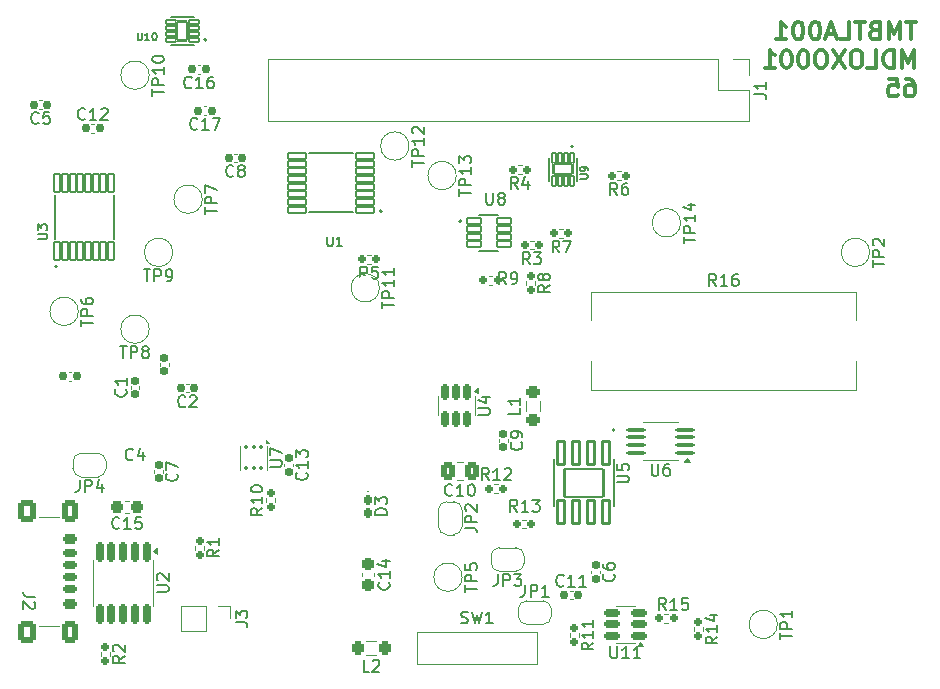
<source format=gbr>
%TF.GenerationSoftware,KiCad,Pcbnew,9.0.0*%
%TF.CreationDate,2025-03-28T21:29:49+02:00*%
%TF.ProjectId,project,70726f6a-6563-4742-9e6b-696361645f70,rev?*%
%TF.SameCoordinates,Original*%
%TF.FileFunction,Legend,Top*%
%TF.FilePolarity,Positive*%
%FSLAX46Y46*%
G04 Gerber Fmt 4.6, Leading zero omitted, Abs format (unit mm)*
G04 Created by KiCad (PCBNEW 9.0.0) date 2025-03-28 21:29:49*
%MOMM*%
%LPD*%
G01*
G04 APERTURE LIST*
G04 Aperture macros list*
%AMRoundRect*
0 Rectangle with rounded corners*
0 $1 Rounding radius*
0 $2 $3 $4 $5 $6 $7 $8 $9 X,Y pos of 4 corners*
0 Add a 4 corners polygon primitive as box body*
4,1,4,$2,$3,$4,$5,$6,$7,$8,$9,$2,$3,0*
0 Add four circle primitives for the rounded corners*
1,1,$1+$1,$2,$3*
1,1,$1+$1,$4,$5*
1,1,$1+$1,$6,$7*
1,1,$1+$1,$8,$9*
0 Add four rect primitives between the rounded corners*
20,1,$1+$1,$2,$3,$4,$5,0*
20,1,$1+$1,$4,$5,$6,$7,0*
20,1,$1+$1,$6,$7,$8,$9,0*
20,1,$1+$1,$8,$9,$2,$3,0*%
%AMFreePoly0*
4,1,23,0.000000,0.745722,0.065263,0.745722,0.191342,0.711940,0.304381,0.646677,0.396677,0.554381,0.461940,0.441342,0.495722,0.315263,0.495722,0.250000,0.500000,0.250000,0.500000,-0.250000,0.495722,-0.250000,0.495722,-0.315263,0.461940,-0.441342,0.396677,-0.554381,0.304381,-0.646677,0.191342,-0.711940,0.065263,-0.745722,0.000000,-0.745722,0.000000,-0.750000,-0.500000,-0.750000,
-0.500000,0.750000,0.000000,0.750000,0.000000,0.745722,0.000000,0.745722,$1*%
%AMFreePoly1*
4,1,23,0.500000,-0.750000,0.000000,-0.750000,0.000000,-0.745722,-0.065263,-0.745722,-0.191342,-0.711940,-0.304381,-0.646677,-0.396677,-0.554381,-0.461940,-0.441342,-0.495722,-0.315263,-0.495722,-0.250000,-0.500000,-0.250000,-0.500000,0.250000,-0.495722,0.250000,-0.495722,0.315263,-0.461940,0.441342,-0.396677,0.554381,-0.304381,0.646677,-0.191342,0.711940,-0.065263,0.745722,0.000000,0.745722,
0.000000,0.750000,0.500000,0.750000,0.500000,-0.750000,0.500000,-0.750000,$1*%
G04 Aperture macros list end*
%ADD10C,0.300000*%
%ADD11C,0.150000*%
%ADD12C,0.120000*%
%ADD13C,0.200000*%
%ADD14C,0.127000*%
%ADD15C,0.100000*%
%ADD16C,0.010000*%
%ADD17RoundRect,0.150000X0.512500X0.150000X-0.512500X0.150000X-0.512500X-0.150000X0.512500X-0.150000X0*%
%ADD18RoundRect,0.102000X-1.651000X1.206500X-1.651000X-1.206500X1.651000X-1.206500X1.651000X1.206500X0*%
%ADD19RoundRect,0.100500X-0.301500X0.986500X-0.301500X-0.986500X0.301500X-0.986500X0.301500X0.986500X0*%
%ADD20RoundRect,0.160000X0.197500X0.160000X-0.197500X0.160000X-0.197500X-0.160000X0.197500X-0.160000X0*%
%ADD21RoundRect,0.160000X-0.160000X0.197500X-0.160000X-0.197500X0.160000X-0.197500X0.160000X0.197500X0*%
%ADD22RoundRect,0.160000X-0.197500X-0.160000X0.197500X-0.160000X0.197500X0.160000X-0.197500X0.160000X0*%
%ADD23RoundRect,0.085500X-0.621500X-0.256500X0.621500X-0.256500X0.621500X0.256500X-0.621500X0.256500X0*%
%ADD24RoundRect,0.250000X0.337500X0.475000X-0.337500X0.475000X-0.337500X-0.475000X0.337500X-0.475000X0*%
%ADD25C,2.000000*%
%ADD26RoundRect,0.150000X-0.150000X0.512500X-0.150000X-0.512500X0.150000X-0.512500X0.150000X0.512500X0*%
%ADD27R,3.300000X2.100000*%
%ADD28RoundRect,0.150000X-0.150000X0.687500X-0.150000X-0.687500X0.150000X-0.687500X0.150000X0.687500X0*%
%ADD29R,1.500000X1.500000*%
%ADD30C,1.600000*%
%ADD31C,3.000000*%
%ADD32O,3.000000X3.000000*%
%ADD33RoundRect,0.250000X0.275000X0.350000X-0.275000X0.350000X-0.275000X-0.350000X0.275000X-0.350000X0*%
%ADD34FreePoly0,180.000000*%
%ADD35FreePoly1,180.000000*%
%ADD36FreePoly1,0.000000*%
%ADD37FreePoly0,0.000000*%
%ADD38RoundRect,0.237500X-0.237500X0.300000X-0.237500X-0.300000X0.237500X-0.300000X0.237500X0.300000X0*%
%ADD39RoundRect,0.155000X0.212500X0.155000X-0.212500X0.155000X-0.212500X-0.155000X0.212500X-0.155000X0*%
%ADD40RoundRect,0.155000X-0.212500X-0.155000X0.212500X-0.155000X0.212500X0.155000X-0.212500X0.155000X0*%
%ADD41RoundRect,0.155000X-0.155000X0.212500X-0.155000X-0.212500X0.155000X-0.212500X0.155000X0.212500X0*%
%ADD42RoundRect,0.237500X0.300000X0.237500X-0.300000X0.237500X-0.300000X-0.237500X0.300000X-0.237500X0*%
%ADD43R,1.350000X1.350000*%
%ADD44O,1.350000X1.350000*%
%ADD45FreePoly1,270.000000*%
%ADD46FreePoly0,270.000000*%
%ADD47RoundRect,0.093750X-0.106250X0.093750X-0.106250X-0.093750X0.106250X-0.093750X0.106250X0.093750X0*%
%ADD48R,1.600000X1.000000*%
%ADD49RoundRect,0.155000X0.155000X-0.212500X0.155000X0.212500X-0.155000X0.212500X-0.155000X-0.212500X0*%
%ADD50RoundRect,0.081750X0.770250X0.245250X-0.770250X0.245250X-0.770250X-0.245250X0.770250X-0.245250X0*%
%ADD51RoundRect,0.060500X-0.181500X0.411500X-0.181500X-0.411500X0.181500X-0.411500X0.181500X0.411500X0*%
%ADD52RoundRect,0.102000X-0.800000X0.450000X-0.800000X-0.450000X0.800000X-0.450000X0.800000X0.450000X0*%
%ADD53RoundRect,0.250000X0.350000X-0.275000X0.350000X0.275000X-0.350000X0.275000X-0.350000X-0.275000X0*%
%ADD54O,1.700000X1.700000*%
%ADD55R,1.700000X1.700000*%
%ADD56RoundRect,0.100000X0.712500X0.100000X-0.712500X0.100000X-0.712500X-0.100000X0.712500X-0.100000X0*%
%ADD57RoundRect,0.060500X0.411500X0.181500X-0.411500X0.181500X-0.411500X-0.181500X0.411500X-0.181500X0*%
%ADD58RoundRect,0.102000X0.450000X0.800000X-0.450000X0.800000X-0.450000X-0.800000X0.450000X-0.800000X0*%
%ADD59RoundRect,0.081750X0.245250X-0.770250X0.245250X0.770250X-0.245250X0.770250X-0.245250X-0.770250X0*%
%ADD60RoundRect,0.175000X-0.425000X0.175000X-0.425000X-0.175000X0.425000X-0.175000X0.425000X0.175000X0*%
%ADD61RoundRect,0.190000X0.410000X-0.190000X0.410000X0.190000X-0.410000X0.190000X-0.410000X-0.190000X0*%
%ADD62RoundRect,0.200000X0.400000X-0.200000X0.400000X0.200000X-0.400000X0.200000X-0.400000X-0.200000X0*%
%ADD63RoundRect,0.175000X0.425000X-0.175000X0.425000X0.175000X-0.425000X0.175000X-0.425000X-0.175000X0*%
%ADD64RoundRect,0.190000X-0.410000X0.190000X-0.410000X-0.190000X0.410000X-0.190000X0.410000X0.190000X0*%
%ADD65RoundRect,0.200000X-0.400000X0.200000X-0.400000X-0.200000X0.400000X-0.200000X0.400000X0.200000X0*%
%ADD66RoundRect,0.250000X-0.425000X0.650000X-0.425000X-0.650000X0.425000X-0.650000X0.425000X0.650000X0*%
%ADD67RoundRect,0.250000X-0.500000X0.650000X-0.500000X-0.650000X0.500000X-0.650000X0.500000X0.650000X0*%
%ADD68RoundRect,0.160000X0.160000X-0.197500X0.160000X0.197500X-0.160000X0.197500X-0.160000X-0.197500X0*%
%ADD69RoundRect,0.160000X-0.160000X0.222500X-0.160000X-0.222500X0.160000X-0.222500X0.160000X0.222500X0*%
G04 APERTURE END LIST*
D10*
X174659774Y-62470996D02*
X173802632Y-62470996D01*
X174231203Y-63970996D02*
X174231203Y-62470996D01*
X173302632Y-63970996D02*
X173302632Y-62470996D01*
X173302632Y-62470996D02*
X172802632Y-63542425D01*
X172802632Y-63542425D02*
X172302632Y-62470996D01*
X172302632Y-62470996D02*
X172302632Y-63970996D01*
X171088346Y-63185282D02*
X170874060Y-63256710D01*
X170874060Y-63256710D02*
X170802631Y-63328139D01*
X170802631Y-63328139D02*
X170731203Y-63470996D01*
X170731203Y-63470996D02*
X170731203Y-63685282D01*
X170731203Y-63685282D02*
X170802631Y-63828139D01*
X170802631Y-63828139D02*
X170874060Y-63899568D01*
X170874060Y-63899568D02*
X171016917Y-63970996D01*
X171016917Y-63970996D02*
X171588346Y-63970996D01*
X171588346Y-63970996D02*
X171588346Y-62470996D01*
X171588346Y-62470996D02*
X171088346Y-62470996D01*
X171088346Y-62470996D02*
X170945489Y-62542425D01*
X170945489Y-62542425D02*
X170874060Y-62613853D01*
X170874060Y-62613853D02*
X170802631Y-62756710D01*
X170802631Y-62756710D02*
X170802631Y-62899568D01*
X170802631Y-62899568D02*
X170874060Y-63042425D01*
X170874060Y-63042425D02*
X170945489Y-63113853D01*
X170945489Y-63113853D02*
X171088346Y-63185282D01*
X171088346Y-63185282D02*
X171588346Y-63185282D01*
X170302631Y-62470996D02*
X169445489Y-62470996D01*
X169874060Y-63970996D02*
X169874060Y-62470996D01*
X168231203Y-63970996D02*
X168945489Y-63970996D01*
X168945489Y-63970996D02*
X168945489Y-62470996D01*
X167802631Y-63542425D02*
X167088346Y-63542425D01*
X167945488Y-63970996D02*
X167445488Y-62470996D01*
X167445488Y-62470996D02*
X166945488Y-63970996D01*
X166159774Y-62470996D02*
X166016917Y-62470996D01*
X166016917Y-62470996D02*
X165874060Y-62542425D01*
X165874060Y-62542425D02*
X165802632Y-62613853D01*
X165802632Y-62613853D02*
X165731203Y-62756710D01*
X165731203Y-62756710D02*
X165659774Y-63042425D01*
X165659774Y-63042425D02*
X165659774Y-63399568D01*
X165659774Y-63399568D02*
X165731203Y-63685282D01*
X165731203Y-63685282D02*
X165802632Y-63828139D01*
X165802632Y-63828139D02*
X165874060Y-63899568D01*
X165874060Y-63899568D02*
X166016917Y-63970996D01*
X166016917Y-63970996D02*
X166159774Y-63970996D01*
X166159774Y-63970996D02*
X166302632Y-63899568D01*
X166302632Y-63899568D02*
X166374060Y-63828139D01*
X166374060Y-63828139D02*
X166445489Y-63685282D01*
X166445489Y-63685282D02*
X166516917Y-63399568D01*
X166516917Y-63399568D02*
X166516917Y-63042425D01*
X166516917Y-63042425D02*
X166445489Y-62756710D01*
X166445489Y-62756710D02*
X166374060Y-62613853D01*
X166374060Y-62613853D02*
X166302632Y-62542425D01*
X166302632Y-62542425D02*
X166159774Y-62470996D01*
X164731203Y-62470996D02*
X164588346Y-62470996D01*
X164588346Y-62470996D02*
X164445489Y-62542425D01*
X164445489Y-62542425D02*
X164374061Y-62613853D01*
X164374061Y-62613853D02*
X164302632Y-62756710D01*
X164302632Y-62756710D02*
X164231203Y-63042425D01*
X164231203Y-63042425D02*
X164231203Y-63399568D01*
X164231203Y-63399568D02*
X164302632Y-63685282D01*
X164302632Y-63685282D02*
X164374061Y-63828139D01*
X164374061Y-63828139D02*
X164445489Y-63899568D01*
X164445489Y-63899568D02*
X164588346Y-63970996D01*
X164588346Y-63970996D02*
X164731203Y-63970996D01*
X164731203Y-63970996D02*
X164874061Y-63899568D01*
X164874061Y-63899568D02*
X164945489Y-63828139D01*
X164945489Y-63828139D02*
X165016918Y-63685282D01*
X165016918Y-63685282D02*
X165088346Y-63399568D01*
X165088346Y-63399568D02*
X165088346Y-63042425D01*
X165088346Y-63042425D02*
X165016918Y-62756710D01*
X165016918Y-62756710D02*
X164945489Y-62613853D01*
X164945489Y-62613853D02*
X164874061Y-62542425D01*
X164874061Y-62542425D02*
X164731203Y-62470996D01*
X162802632Y-63970996D02*
X163659775Y-63970996D01*
X163231204Y-63970996D02*
X163231204Y-62470996D01*
X163231204Y-62470996D02*
X163374061Y-62685282D01*
X163374061Y-62685282D02*
X163516918Y-62828139D01*
X163516918Y-62828139D02*
X163659775Y-62899568D01*
X174445489Y-66385912D02*
X174445489Y-64885912D01*
X174445489Y-64885912D02*
X173945489Y-65957341D01*
X173945489Y-65957341D02*
X173445489Y-64885912D01*
X173445489Y-64885912D02*
X173445489Y-66385912D01*
X172731203Y-66385912D02*
X172731203Y-64885912D01*
X172731203Y-64885912D02*
X172374060Y-64885912D01*
X172374060Y-64885912D02*
X172159774Y-64957341D01*
X172159774Y-64957341D02*
X172016917Y-65100198D01*
X172016917Y-65100198D02*
X171945488Y-65243055D01*
X171945488Y-65243055D02*
X171874060Y-65528769D01*
X171874060Y-65528769D02*
X171874060Y-65743055D01*
X171874060Y-65743055D02*
X171945488Y-66028769D01*
X171945488Y-66028769D02*
X172016917Y-66171626D01*
X172016917Y-66171626D02*
X172159774Y-66314484D01*
X172159774Y-66314484D02*
X172374060Y-66385912D01*
X172374060Y-66385912D02*
X172731203Y-66385912D01*
X170516917Y-66385912D02*
X171231203Y-66385912D01*
X171231203Y-66385912D02*
X171231203Y-64885912D01*
X169731202Y-64885912D02*
X169445488Y-64885912D01*
X169445488Y-64885912D02*
X169302631Y-64957341D01*
X169302631Y-64957341D02*
X169159774Y-65100198D01*
X169159774Y-65100198D02*
X169088345Y-65385912D01*
X169088345Y-65385912D02*
X169088345Y-65885912D01*
X169088345Y-65885912D02*
X169159774Y-66171626D01*
X169159774Y-66171626D02*
X169302631Y-66314484D01*
X169302631Y-66314484D02*
X169445488Y-66385912D01*
X169445488Y-66385912D02*
X169731202Y-66385912D01*
X169731202Y-66385912D02*
X169874060Y-66314484D01*
X169874060Y-66314484D02*
X170016917Y-66171626D01*
X170016917Y-66171626D02*
X170088345Y-65885912D01*
X170088345Y-65885912D02*
X170088345Y-65385912D01*
X170088345Y-65385912D02*
X170016917Y-65100198D01*
X170016917Y-65100198D02*
X169874060Y-64957341D01*
X169874060Y-64957341D02*
X169731202Y-64885912D01*
X168588345Y-64885912D02*
X167588345Y-66385912D01*
X167588345Y-64885912D02*
X168588345Y-66385912D01*
X166731202Y-64885912D02*
X166445488Y-64885912D01*
X166445488Y-64885912D02*
X166302631Y-64957341D01*
X166302631Y-64957341D02*
X166159774Y-65100198D01*
X166159774Y-65100198D02*
X166088345Y-65385912D01*
X166088345Y-65385912D02*
X166088345Y-65885912D01*
X166088345Y-65885912D02*
X166159774Y-66171626D01*
X166159774Y-66171626D02*
X166302631Y-66314484D01*
X166302631Y-66314484D02*
X166445488Y-66385912D01*
X166445488Y-66385912D02*
X166731202Y-66385912D01*
X166731202Y-66385912D02*
X166874060Y-66314484D01*
X166874060Y-66314484D02*
X167016917Y-66171626D01*
X167016917Y-66171626D02*
X167088345Y-65885912D01*
X167088345Y-65885912D02*
X167088345Y-65385912D01*
X167088345Y-65385912D02*
X167016917Y-65100198D01*
X167016917Y-65100198D02*
X166874060Y-64957341D01*
X166874060Y-64957341D02*
X166731202Y-64885912D01*
X165159773Y-64885912D02*
X165016916Y-64885912D01*
X165016916Y-64885912D02*
X164874059Y-64957341D01*
X164874059Y-64957341D02*
X164802631Y-65028769D01*
X164802631Y-65028769D02*
X164731202Y-65171626D01*
X164731202Y-65171626D02*
X164659773Y-65457341D01*
X164659773Y-65457341D02*
X164659773Y-65814484D01*
X164659773Y-65814484D02*
X164731202Y-66100198D01*
X164731202Y-66100198D02*
X164802631Y-66243055D01*
X164802631Y-66243055D02*
X164874059Y-66314484D01*
X164874059Y-66314484D02*
X165016916Y-66385912D01*
X165016916Y-66385912D02*
X165159773Y-66385912D01*
X165159773Y-66385912D02*
X165302631Y-66314484D01*
X165302631Y-66314484D02*
X165374059Y-66243055D01*
X165374059Y-66243055D02*
X165445488Y-66100198D01*
X165445488Y-66100198D02*
X165516916Y-65814484D01*
X165516916Y-65814484D02*
X165516916Y-65457341D01*
X165516916Y-65457341D02*
X165445488Y-65171626D01*
X165445488Y-65171626D02*
X165374059Y-65028769D01*
X165374059Y-65028769D02*
X165302631Y-64957341D01*
X165302631Y-64957341D02*
X165159773Y-64885912D01*
X163731202Y-64885912D02*
X163588345Y-64885912D01*
X163588345Y-64885912D02*
X163445488Y-64957341D01*
X163445488Y-64957341D02*
X163374060Y-65028769D01*
X163374060Y-65028769D02*
X163302631Y-65171626D01*
X163302631Y-65171626D02*
X163231202Y-65457341D01*
X163231202Y-65457341D02*
X163231202Y-65814484D01*
X163231202Y-65814484D02*
X163302631Y-66100198D01*
X163302631Y-66100198D02*
X163374060Y-66243055D01*
X163374060Y-66243055D02*
X163445488Y-66314484D01*
X163445488Y-66314484D02*
X163588345Y-66385912D01*
X163588345Y-66385912D02*
X163731202Y-66385912D01*
X163731202Y-66385912D02*
X163874060Y-66314484D01*
X163874060Y-66314484D02*
X163945488Y-66243055D01*
X163945488Y-66243055D02*
X164016917Y-66100198D01*
X164016917Y-66100198D02*
X164088345Y-65814484D01*
X164088345Y-65814484D02*
X164088345Y-65457341D01*
X164088345Y-65457341D02*
X164016917Y-65171626D01*
X164016917Y-65171626D02*
X163945488Y-65028769D01*
X163945488Y-65028769D02*
X163874060Y-64957341D01*
X163874060Y-64957341D02*
X163731202Y-64885912D01*
X161802631Y-66385912D02*
X162659774Y-66385912D01*
X162231203Y-66385912D02*
X162231203Y-64885912D01*
X162231203Y-64885912D02*
X162374060Y-65100198D01*
X162374060Y-65100198D02*
X162516917Y-65243055D01*
X162516917Y-65243055D02*
X162659774Y-65314484D01*
X173802632Y-67300828D02*
X174088346Y-67300828D01*
X174088346Y-67300828D02*
X174231203Y-67372257D01*
X174231203Y-67372257D02*
X174302632Y-67443685D01*
X174302632Y-67443685D02*
X174445489Y-67657971D01*
X174445489Y-67657971D02*
X174516917Y-67943685D01*
X174516917Y-67943685D02*
X174516917Y-68515114D01*
X174516917Y-68515114D02*
X174445489Y-68657971D01*
X174445489Y-68657971D02*
X174374060Y-68729400D01*
X174374060Y-68729400D02*
X174231203Y-68800828D01*
X174231203Y-68800828D02*
X173945489Y-68800828D01*
X173945489Y-68800828D02*
X173802632Y-68729400D01*
X173802632Y-68729400D02*
X173731203Y-68657971D01*
X173731203Y-68657971D02*
X173659774Y-68515114D01*
X173659774Y-68515114D02*
X173659774Y-68157971D01*
X173659774Y-68157971D02*
X173731203Y-68015114D01*
X173731203Y-68015114D02*
X173802632Y-67943685D01*
X173802632Y-67943685D02*
X173945489Y-67872257D01*
X173945489Y-67872257D02*
X174231203Y-67872257D01*
X174231203Y-67872257D02*
X174374060Y-67943685D01*
X174374060Y-67943685D02*
X174445489Y-68015114D01*
X174445489Y-68015114D02*
X174516917Y-68157971D01*
X172302632Y-67300828D02*
X173016918Y-67300828D01*
X173016918Y-67300828D02*
X173088346Y-68015114D01*
X173088346Y-68015114D02*
X173016918Y-67943685D01*
X173016918Y-67943685D02*
X172874061Y-67872257D01*
X172874061Y-67872257D02*
X172516918Y-67872257D01*
X172516918Y-67872257D02*
X172374061Y-67943685D01*
X172374061Y-67943685D02*
X172302632Y-68015114D01*
X172302632Y-68015114D02*
X172231203Y-68157971D01*
X172231203Y-68157971D02*
X172231203Y-68515114D01*
X172231203Y-68515114D02*
X172302632Y-68657971D01*
X172302632Y-68657971D02*
X172374061Y-68729400D01*
X172374061Y-68729400D02*
X172516918Y-68800828D01*
X172516918Y-68800828D02*
X172874061Y-68800828D01*
X172874061Y-68800828D02*
X173016918Y-68729400D01*
X173016918Y-68729400D02*
X173088346Y-68657971D01*
D11*
X148761905Y-115354819D02*
X148761905Y-116164342D01*
X148761905Y-116164342D02*
X148809524Y-116259580D01*
X148809524Y-116259580D02*
X148857143Y-116307200D01*
X148857143Y-116307200D02*
X148952381Y-116354819D01*
X148952381Y-116354819D02*
X149142857Y-116354819D01*
X149142857Y-116354819D02*
X149238095Y-116307200D01*
X149238095Y-116307200D02*
X149285714Y-116259580D01*
X149285714Y-116259580D02*
X149333333Y-116164342D01*
X149333333Y-116164342D02*
X149333333Y-115354819D01*
X150333333Y-116354819D02*
X149761905Y-116354819D01*
X150047619Y-116354819D02*
X150047619Y-115354819D01*
X150047619Y-115354819D02*
X149952381Y-115497676D01*
X149952381Y-115497676D02*
X149857143Y-115592914D01*
X149857143Y-115592914D02*
X149761905Y-115640533D01*
X151285714Y-116354819D02*
X150714286Y-116354819D01*
X151000000Y-116354819D02*
X151000000Y-115354819D01*
X151000000Y-115354819D02*
X150904762Y-115497676D01*
X150904762Y-115497676D02*
X150809524Y-115592914D01*
X150809524Y-115592914D02*
X150714286Y-115640533D01*
X149316819Y-101466904D02*
X150126342Y-101466904D01*
X150126342Y-101466904D02*
X150221580Y-101419285D01*
X150221580Y-101419285D02*
X150269200Y-101371666D01*
X150269200Y-101371666D02*
X150316819Y-101276428D01*
X150316819Y-101276428D02*
X150316819Y-101085952D01*
X150316819Y-101085952D02*
X150269200Y-100990714D01*
X150269200Y-100990714D02*
X150221580Y-100943095D01*
X150221580Y-100943095D02*
X150126342Y-100895476D01*
X150126342Y-100895476D02*
X149316819Y-100895476D01*
X149316819Y-99943095D02*
X149316819Y-100419285D01*
X149316819Y-100419285D02*
X149793009Y-100466904D01*
X149793009Y-100466904D02*
X149745390Y-100419285D01*
X149745390Y-100419285D02*
X149697771Y-100324047D01*
X149697771Y-100324047D02*
X149697771Y-100085952D01*
X149697771Y-100085952D02*
X149745390Y-99990714D01*
X149745390Y-99990714D02*
X149793009Y-99943095D01*
X149793009Y-99943095D02*
X149888247Y-99895476D01*
X149888247Y-99895476D02*
X150126342Y-99895476D01*
X150126342Y-99895476D02*
X150221580Y-99943095D01*
X150221580Y-99943095D02*
X150269200Y-99990714D01*
X150269200Y-99990714D02*
X150316819Y-100085952D01*
X150316819Y-100085952D02*
X150316819Y-100324047D01*
X150316819Y-100324047D02*
X150269200Y-100419285D01*
X150269200Y-100419285D02*
X150221580Y-100466904D01*
X141925833Y-83003519D02*
X141592500Y-82527328D01*
X141354405Y-83003519D02*
X141354405Y-82003519D01*
X141354405Y-82003519D02*
X141735357Y-82003519D01*
X141735357Y-82003519D02*
X141830595Y-82051138D01*
X141830595Y-82051138D02*
X141878214Y-82098757D01*
X141878214Y-82098757D02*
X141925833Y-82193995D01*
X141925833Y-82193995D02*
X141925833Y-82336852D01*
X141925833Y-82336852D02*
X141878214Y-82432090D01*
X141878214Y-82432090D02*
X141830595Y-82479709D01*
X141830595Y-82479709D02*
X141735357Y-82527328D01*
X141735357Y-82527328D02*
X141354405Y-82527328D01*
X142259167Y-82003519D02*
X142878214Y-82003519D01*
X142878214Y-82003519D02*
X142544881Y-82384471D01*
X142544881Y-82384471D02*
X142687738Y-82384471D01*
X142687738Y-82384471D02*
X142782976Y-82432090D01*
X142782976Y-82432090D02*
X142830595Y-82479709D01*
X142830595Y-82479709D02*
X142878214Y-82574947D01*
X142878214Y-82574947D02*
X142878214Y-82813042D01*
X142878214Y-82813042D02*
X142830595Y-82908280D01*
X142830595Y-82908280D02*
X142782976Y-82955900D01*
X142782976Y-82955900D02*
X142687738Y-83003519D01*
X142687738Y-83003519D02*
X142402024Y-83003519D01*
X142402024Y-83003519D02*
X142306786Y-82955900D01*
X142306786Y-82955900D02*
X142259167Y-82908280D01*
X143624819Y-84764166D02*
X143148628Y-85097499D01*
X143624819Y-85335594D02*
X142624819Y-85335594D01*
X142624819Y-85335594D02*
X142624819Y-84954642D01*
X142624819Y-84954642D02*
X142672438Y-84859404D01*
X142672438Y-84859404D02*
X142720057Y-84811785D01*
X142720057Y-84811785D02*
X142815295Y-84764166D01*
X142815295Y-84764166D02*
X142958152Y-84764166D01*
X142958152Y-84764166D02*
X143053390Y-84811785D01*
X143053390Y-84811785D02*
X143101009Y-84859404D01*
X143101009Y-84859404D02*
X143148628Y-84954642D01*
X143148628Y-84954642D02*
X143148628Y-85335594D01*
X143053390Y-84192737D02*
X143005771Y-84287975D01*
X143005771Y-84287975D02*
X142958152Y-84335594D01*
X142958152Y-84335594D02*
X142862914Y-84383213D01*
X142862914Y-84383213D02*
X142815295Y-84383213D01*
X142815295Y-84383213D02*
X142720057Y-84335594D01*
X142720057Y-84335594D02*
X142672438Y-84287975D01*
X142672438Y-84287975D02*
X142624819Y-84192737D01*
X142624819Y-84192737D02*
X142624819Y-84002261D01*
X142624819Y-84002261D02*
X142672438Y-83907023D01*
X142672438Y-83907023D02*
X142720057Y-83859404D01*
X142720057Y-83859404D02*
X142815295Y-83811785D01*
X142815295Y-83811785D02*
X142862914Y-83811785D01*
X142862914Y-83811785D02*
X142958152Y-83859404D01*
X142958152Y-83859404D02*
X143005771Y-83907023D01*
X143005771Y-83907023D02*
X143053390Y-84002261D01*
X143053390Y-84002261D02*
X143053390Y-84192737D01*
X143053390Y-84192737D02*
X143101009Y-84287975D01*
X143101009Y-84287975D02*
X143148628Y-84335594D01*
X143148628Y-84335594D02*
X143243866Y-84383213D01*
X143243866Y-84383213D02*
X143434342Y-84383213D01*
X143434342Y-84383213D02*
X143529580Y-84335594D01*
X143529580Y-84335594D02*
X143577200Y-84287975D01*
X143577200Y-84287975D02*
X143624819Y-84192737D01*
X143624819Y-84192737D02*
X143624819Y-84002261D01*
X143624819Y-84002261D02*
X143577200Y-83907023D01*
X143577200Y-83907023D02*
X143529580Y-83859404D01*
X143529580Y-83859404D02*
X143434342Y-83811785D01*
X143434342Y-83811785D02*
X143243866Y-83811785D01*
X143243866Y-83811785D02*
X143148628Y-83859404D01*
X143148628Y-83859404D02*
X143101009Y-83907023D01*
X143101009Y-83907023D02*
X143053390Y-84002261D01*
X139935833Y-84663519D02*
X139602500Y-84187328D01*
X139364405Y-84663519D02*
X139364405Y-83663519D01*
X139364405Y-83663519D02*
X139745357Y-83663519D01*
X139745357Y-83663519D02*
X139840595Y-83711138D01*
X139840595Y-83711138D02*
X139888214Y-83758757D01*
X139888214Y-83758757D02*
X139935833Y-83853995D01*
X139935833Y-83853995D02*
X139935833Y-83996852D01*
X139935833Y-83996852D02*
X139888214Y-84092090D01*
X139888214Y-84092090D02*
X139840595Y-84139709D01*
X139840595Y-84139709D02*
X139745357Y-84187328D01*
X139745357Y-84187328D02*
X139364405Y-84187328D01*
X140412024Y-84663519D02*
X140602500Y-84663519D01*
X140602500Y-84663519D02*
X140697738Y-84615900D01*
X140697738Y-84615900D02*
X140745357Y-84568280D01*
X140745357Y-84568280D02*
X140840595Y-84425423D01*
X140840595Y-84425423D02*
X140888214Y-84234947D01*
X140888214Y-84234947D02*
X140888214Y-83853995D01*
X140888214Y-83853995D02*
X140840595Y-83758757D01*
X140840595Y-83758757D02*
X140792976Y-83711138D01*
X140792976Y-83711138D02*
X140697738Y-83663519D01*
X140697738Y-83663519D02*
X140507262Y-83663519D01*
X140507262Y-83663519D02*
X140412024Y-83711138D01*
X140412024Y-83711138D02*
X140364405Y-83758757D01*
X140364405Y-83758757D02*
X140316786Y-83853995D01*
X140316786Y-83853995D02*
X140316786Y-84092090D01*
X140316786Y-84092090D02*
X140364405Y-84187328D01*
X140364405Y-84187328D02*
X140412024Y-84234947D01*
X140412024Y-84234947D02*
X140507262Y-84282566D01*
X140507262Y-84282566D02*
X140697738Y-84282566D01*
X140697738Y-84282566D02*
X140792976Y-84234947D01*
X140792976Y-84234947D02*
X140840595Y-84187328D01*
X140840595Y-84187328D02*
X140888214Y-84092090D01*
X138238095Y-76954819D02*
X138238095Y-77764342D01*
X138238095Y-77764342D02*
X138285714Y-77859580D01*
X138285714Y-77859580D02*
X138333333Y-77907200D01*
X138333333Y-77907200D02*
X138428571Y-77954819D01*
X138428571Y-77954819D02*
X138619047Y-77954819D01*
X138619047Y-77954819D02*
X138714285Y-77907200D01*
X138714285Y-77907200D02*
X138761904Y-77859580D01*
X138761904Y-77859580D02*
X138809523Y-77764342D01*
X138809523Y-77764342D02*
X138809523Y-76954819D01*
X139428571Y-77383390D02*
X139333333Y-77335771D01*
X139333333Y-77335771D02*
X139285714Y-77288152D01*
X139285714Y-77288152D02*
X139238095Y-77192914D01*
X139238095Y-77192914D02*
X139238095Y-77145295D01*
X139238095Y-77145295D02*
X139285714Y-77050057D01*
X139285714Y-77050057D02*
X139333333Y-77002438D01*
X139333333Y-77002438D02*
X139428571Y-76954819D01*
X139428571Y-76954819D02*
X139619047Y-76954819D01*
X139619047Y-76954819D02*
X139714285Y-77002438D01*
X139714285Y-77002438D02*
X139761904Y-77050057D01*
X139761904Y-77050057D02*
X139809523Y-77145295D01*
X139809523Y-77145295D02*
X139809523Y-77192914D01*
X139809523Y-77192914D02*
X139761904Y-77288152D01*
X139761904Y-77288152D02*
X139714285Y-77335771D01*
X139714285Y-77335771D02*
X139619047Y-77383390D01*
X139619047Y-77383390D02*
X139428571Y-77383390D01*
X139428571Y-77383390D02*
X139333333Y-77431009D01*
X139333333Y-77431009D02*
X139285714Y-77478628D01*
X139285714Y-77478628D02*
X139238095Y-77573866D01*
X139238095Y-77573866D02*
X139238095Y-77764342D01*
X139238095Y-77764342D02*
X139285714Y-77859580D01*
X139285714Y-77859580D02*
X139333333Y-77907200D01*
X139333333Y-77907200D02*
X139428571Y-77954819D01*
X139428571Y-77954819D02*
X139619047Y-77954819D01*
X139619047Y-77954819D02*
X139714285Y-77907200D01*
X139714285Y-77907200D02*
X139761904Y-77859580D01*
X139761904Y-77859580D02*
X139809523Y-77764342D01*
X139809523Y-77764342D02*
X139809523Y-77573866D01*
X139809523Y-77573866D02*
X139761904Y-77478628D01*
X139761904Y-77478628D02*
X139714285Y-77431009D01*
X139714285Y-77431009D02*
X139619047Y-77383390D01*
X135357142Y-102539580D02*
X135309523Y-102587200D01*
X135309523Y-102587200D02*
X135166666Y-102634819D01*
X135166666Y-102634819D02*
X135071428Y-102634819D01*
X135071428Y-102634819D02*
X134928571Y-102587200D01*
X134928571Y-102587200D02*
X134833333Y-102491961D01*
X134833333Y-102491961D02*
X134785714Y-102396723D01*
X134785714Y-102396723D02*
X134738095Y-102206247D01*
X134738095Y-102206247D02*
X134738095Y-102063390D01*
X134738095Y-102063390D02*
X134785714Y-101872914D01*
X134785714Y-101872914D02*
X134833333Y-101777676D01*
X134833333Y-101777676D02*
X134928571Y-101682438D01*
X134928571Y-101682438D02*
X135071428Y-101634819D01*
X135071428Y-101634819D02*
X135166666Y-101634819D01*
X135166666Y-101634819D02*
X135309523Y-101682438D01*
X135309523Y-101682438D02*
X135357142Y-101730057D01*
X136309523Y-102634819D02*
X135738095Y-102634819D01*
X136023809Y-102634819D02*
X136023809Y-101634819D01*
X136023809Y-101634819D02*
X135928571Y-101777676D01*
X135928571Y-101777676D02*
X135833333Y-101872914D01*
X135833333Y-101872914D02*
X135738095Y-101920533D01*
X136928571Y-101634819D02*
X137023809Y-101634819D01*
X137023809Y-101634819D02*
X137119047Y-101682438D01*
X137119047Y-101682438D02*
X137166666Y-101730057D01*
X137166666Y-101730057D02*
X137214285Y-101825295D01*
X137214285Y-101825295D02*
X137261904Y-102015771D01*
X137261904Y-102015771D02*
X137261904Y-102253866D01*
X137261904Y-102253866D02*
X137214285Y-102444342D01*
X137214285Y-102444342D02*
X137166666Y-102539580D01*
X137166666Y-102539580D02*
X137119047Y-102587200D01*
X137119047Y-102587200D02*
X137023809Y-102634819D01*
X137023809Y-102634819D02*
X136928571Y-102634819D01*
X136928571Y-102634819D02*
X136833333Y-102587200D01*
X136833333Y-102587200D02*
X136785714Y-102539580D01*
X136785714Y-102539580D02*
X136738095Y-102444342D01*
X136738095Y-102444342D02*
X136690476Y-102253866D01*
X136690476Y-102253866D02*
X136690476Y-102015771D01*
X136690476Y-102015771D02*
X136738095Y-101825295D01*
X136738095Y-101825295D02*
X136785714Y-101730057D01*
X136785714Y-101730057D02*
X136833333Y-101682438D01*
X136833333Y-101682438D02*
X136928571Y-101634819D01*
X135952819Y-77238094D02*
X135952819Y-76666666D01*
X136952819Y-76952380D02*
X135952819Y-76952380D01*
X136952819Y-76333332D02*
X135952819Y-76333332D01*
X135952819Y-76333332D02*
X135952819Y-75952380D01*
X135952819Y-75952380D02*
X136000438Y-75857142D01*
X136000438Y-75857142D02*
X136048057Y-75809523D01*
X136048057Y-75809523D02*
X136143295Y-75761904D01*
X136143295Y-75761904D02*
X136286152Y-75761904D01*
X136286152Y-75761904D02*
X136381390Y-75809523D01*
X136381390Y-75809523D02*
X136429009Y-75857142D01*
X136429009Y-75857142D02*
X136476628Y-75952380D01*
X136476628Y-75952380D02*
X136476628Y-76333332D01*
X136952819Y-74809523D02*
X136952819Y-75380951D01*
X136952819Y-75095237D02*
X135952819Y-75095237D01*
X135952819Y-75095237D02*
X136095676Y-75190475D01*
X136095676Y-75190475D02*
X136190914Y-75285713D01*
X136190914Y-75285713D02*
X136238533Y-75380951D01*
X135952819Y-74476189D02*
X135952819Y-73857142D01*
X135952819Y-73857142D02*
X136333771Y-74190475D01*
X136333771Y-74190475D02*
X136333771Y-74047618D01*
X136333771Y-74047618D02*
X136381390Y-73952380D01*
X136381390Y-73952380D02*
X136429009Y-73904761D01*
X136429009Y-73904761D02*
X136524247Y-73857142D01*
X136524247Y-73857142D02*
X136762342Y-73857142D01*
X136762342Y-73857142D02*
X136857580Y-73904761D01*
X136857580Y-73904761D02*
X136905200Y-73952380D01*
X136905200Y-73952380D02*
X136952819Y-74047618D01*
X136952819Y-74047618D02*
X136952819Y-74333332D01*
X136952819Y-74333332D02*
X136905200Y-74428570D01*
X136905200Y-74428570D02*
X136857580Y-74476189D01*
X137549819Y-95761904D02*
X138359342Y-95761904D01*
X138359342Y-95761904D02*
X138454580Y-95714285D01*
X138454580Y-95714285D02*
X138502200Y-95666666D01*
X138502200Y-95666666D02*
X138549819Y-95571428D01*
X138549819Y-95571428D02*
X138549819Y-95380952D01*
X138549819Y-95380952D02*
X138502200Y-95285714D01*
X138502200Y-95285714D02*
X138454580Y-95238095D01*
X138454580Y-95238095D02*
X138359342Y-95190476D01*
X138359342Y-95190476D02*
X137549819Y-95190476D01*
X137883152Y-94285714D02*
X138549819Y-94285714D01*
X137502200Y-94523809D02*
X138216485Y-94761904D01*
X138216485Y-94761904D02*
X138216485Y-94142857D01*
X110354819Y-110761904D02*
X111164342Y-110761904D01*
X111164342Y-110761904D02*
X111259580Y-110714285D01*
X111259580Y-110714285D02*
X111307200Y-110666666D01*
X111307200Y-110666666D02*
X111354819Y-110571428D01*
X111354819Y-110571428D02*
X111354819Y-110380952D01*
X111354819Y-110380952D02*
X111307200Y-110285714D01*
X111307200Y-110285714D02*
X111259580Y-110238095D01*
X111259580Y-110238095D02*
X111164342Y-110190476D01*
X111164342Y-110190476D02*
X110354819Y-110190476D01*
X110450057Y-109761904D02*
X110402438Y-109714285D01*
X110402438Y-109714285D02*
X110354819Y-109619047D01*
X110354819Y-109619047D02*
X110354819Y-109380952D01*
X110354819Y-109380952D02*
X110402438Y-109285714D01*
X110402438Y-109285714D02*
X110450057Y-109238095D01*
X110450057Y-109238095D02*
X110545295Y-109190476D01*
X110545295Y-109190476D02*
X110640533Y-109190476D01*
X110640533Y-109190476D02*
X110783390Y-109238095D01*
X110783390Y-109238095D02*
X111354819Y-109809523D01*
X111354819Y-109809523D02*
X111354819Y-109190476D01*
X107238095Y-89952819D02*
X107809523Y-89952819D01*
X107523809Y-90952819D02*
X107523809Y-89952819D01*
X108142857Y-90952819D02*
X108142857Y-89952819D01*
X108142857Y-89952819D02*
X108523809Y-89952819D01*
X108523809Y-89952819D02*
X108619047Y-90000438D01*
X108619047Y-90000438D02*
X108666666Y-90048057D01*
X108666666Y-90048057D02*
X108714285Y-90143295D01*
X108714285Y-90143295D02*
X108714285Y-90286152D01*
X108714285Y-90286152D02*
X108666666Y-90381390D01*
X108666666Y-90381390D02*
X108619047Y-90429009D01*
X108619047Y-90429009D02*
X108523809Y-90476628D01*
X108523809Y-90476628D02*
X108142857Y-90476628D01*
X109285714Y-90381390D02*
X109190476Y-90333771D01*
X109190476Y-90333771D02*
X109142857Y-90286152D01*
X109142857Y-90286152D02*
X109095238Y-90190914D01*
X109095238Y-90190914D02*
X109095238Y-90143295D01*
X109095238Y-90143295D02*
X109142857Y-90048057D01*
X109142857Y-90048057D02*
X109190476Y-90000438D01*
X109190476Y-90000438D02*
X109285714Y-89952819D01*
X109285714Y-89952819D02*
X109476190Y-89952819D01*
X109476190Y-89952819D02*
X109571428Y-90000438D01*
X109571428Y-90000438D02*
X109619047Y-90048057D01*
X109619047Y-90048057D02*
X109666666Y-90143295D01*
X109666666Y-90143295D02*
X109666666Y-90190914D01*
X109666666Y-90190914D02*
X109619047Y-90286152D01*
X109619047Y-90286152D02*
X109571428Y-90333771D01*
X109571428Y-90333771D02*
X109476190Y-90381390D01*
X109476190Y-90381390D02*
X109285714Y-90381390D01*
X109285714Y-90381390D02*
X109190476Y-90429009D01*
X109190476Y-90429009D02*
X109142857Y-90476628D01*
X109142857Y-90476628D02*
X109095238Y-90571866D01*
X109095238Y-90571866D02*
X109095238Y-90762342D01*
X109095238Y-90762342D02*
X109142857Y-90857580D01*
X109142857Y-90857580D02*
X109190476Y-90905200D01*
X109190476Y-90905200D02*
X109285714Y-90952819D01*
X109285714Y-90952819D02*
X109476190Y-90952819D01*
X109476190Y-90952819D02*
X109571428Y-90905200D01*
X109571428Y-90905200D02*
X109619047Y-90857580D01*
X109619047Y-90857580D02*
X109666666Y-90762342D01*
X109666666Y-90762342D02*
X109666666Y-90571866D01*
X109666666Y-90571866D02*
X109619047Y-90476628D01*
X109619047Y-90476628D02*
X109571428Y-90429009D01*
X109571428Y-90429009D02*
X109476190Y-90381390D01*
X109238095Y-83452819D02*
X109809523Y-83452819D01*
X109523809Y-84452819D02*
X109523809Y-83452819D01*
X110142857Y-84452819D02*
X110142857Y-83452819D01*
X110142857Y-83452819D02*
X110523809Y-83452819D01*
X110523809Y-83452819D02*
X110619047Y-83500438D01*
X110619047Y-83500438D02*
X110666666Y-83548057D01*
X110666666Y-83548057D02*
X110714285Y-83643295D01*
X110714285Y-83643295D02*
X110714285Y-83786152D01*
X110714285Y-83786152D02*
X110666666Y-83881390D01*
X110666666Y-83881390D02*
X110619047Y-83929009D01*
X110619047Y-83929009D02*
X110523809Y-83976628D01*
X110523809Y-83976628D02*
X110142857Y-83976628D01*
X111190476Y-84452819D02*
X111380952Y-84452819D01*
X111380952Y-84452819D02*
X111476190Y-84405200D01*
X111476190Y-84405200D02*
X111523809Y-84357580D01*
X111523809Y-84357580D02*
X111619047Y-84214723D01*
X111619047Y-84214723D02*
X111666666Y-84024247D01*
X111666666Y-84024247D02*
X111666666Y-83643295D01*
X111666666Y-83643295D02*
X111619047Y-83548057D01*
X111619047Y-83548057D02*
X111571428Y-83500438D01*
X111571428Y-83500438D02*
X111476190Y-83452819D01*
X111476190Y-83452819D02*
X111285714Y-83452819D01*
X111285714Y-83452819D02*
X111190476Y-83500438D01*
X111190476Y-83500438D02*
X111142857Y-83548057D01*
X111142857Y-83548057D02*
X111095238Y-83643295D01*
X111095238Y-83643295D02*
X111095238Y-83881390D01*
X111095238Y-83881390D02*
X111142857Y-83976628D01*
X111142857Y-83976628D02*
X111190476Y-84024247D01*
X111190476Y-84024247D02*
X111285714Y-84071866D01*
X111285714Y-84071866D02*
X111476190Y-84071866D01*
X111476190Y-84071866D02*
X111571428Y-84024247D01*
X111571428Y-84024247D02*
X111619047Y-83976628D01*
X111619047Y-83976628D02*
X111666666Y-83881390D01*
X109955819Y-68738094D02*
X109955819Y-68166666D01*
X110955819Y-68452380D02*
X109955819Y-68452380D01*
X110955819Y-67833332D02*
X109955819Y-67833332D01*
X109955819Y-67833332D02*
X109955819Y-67452380D01*
X109955819Y-67452380D02*
X110003438Y-67357142D01*
X110003438Y-67357142D02*
X110051057Y-67309523D01*
X110051057Y-67309523D02*
X110146295Y-67261904D01*
X110146295Y-67261904D02*
X110289152Y-67261904D01*
X110289152Y-67261904D02*
X110384390Y-67309523D01*
X110384390Y-67309523D02*
X110432009Y-67357142D01*
X110432009Y-67357142D02*
X110479628Y-67452380D01*
X110479628Y-67452380D02*
X110479628Y-67833332D01*
X110955819Y-66309523D02*
X110955819Y-66880951D01*
X110955819Y-66595237D02*
X109955819Y-66595237D01*
X109955819Y-66595237D02*
X110098676Y-66690475D01*
X110098676Y-66690475D02*
X110193914Y-66785713D01*
X110193914Y-66785713D02*
X110241533Y-66880951D01*
X109955819Y-65690475D02*
X109955819Y-65595237D01*
X109955819Y-65595237D02*
X110003438Y-65499999D01*
X110003438Y-65499999D02*
X110051057Y-65452380D01*
X110051057Y-65452380D02*
X110146295Y-65404761D01*
X110146295Y-65404761D02*
X110336771Y-65357142D01*
X110336771Y-65357142D02*
X110574866Y-65357142D01*
X110574866Y-65357142D02*
X110765342Y-65404761D01*
X110765342Y-65404761D02*
X110860580Y-65452380D01*
X110860580Y-65452380D02*
X110908200Y-65499999D01*
X110908200Y-65499999D02*
X110955819Y-65595237D01*
X110955819Y-65595237D02*
X110955819Y-65690475D01*
X110955819Y-65690475D02*
X110908200Y-65785713D01*
X110908200Y-65785713D02*
X110860580Y-65833332D01*
X110860580Y-65833332D02*
X110765342Y-65880951D01*
X110765342Y-65880951D02*
X110574866Y-65928570D01*
X110574866Y-65928570D02*
X110336771Y-65928570D01*
X110336771Y-65928570D02*
X110146295Y-65880951D01*
X110146295Y-65880951D02*
X110051057Y-65833332D01*
X110051057Y-65833332D02*
X110003438Y-65785713D01*
X110003438Y-65785713D02*
X109955819Y-65690475D01*
X103952819Y-88261904D02*
X103952819Y-87690476D01*
X104952819Y-87976190D02*
X103952819Y-87976190D01*
X104952819Y-87357142D02*
X103952819Y-87357142D01*
X103952819Y-87357142D02*
X103952819Y-86976190D01*
X103952819Y-86976190D02*
X104000438Y-86880952D01*
X104000438Y-86880952D02*
X104048057Y-86833333D01*
X104048057Y-86833333D02*
X104143295Y-86785714D01*
X104143295Y-86785714D02*
X104286152Y-86785714D01*
X104286152Y-86785714D02*
X104381390Y-86833333D01*
X104381390Y-86833333D02*
X104429009Y-86880952D01*
X104429009Y-86880952D02*
X104476628Y-86976190D01*
X104476628Y-86976190D02*
X104476628Y-87357142D01*
X103952819Y-85928571D02*
X103952819Y-86119047D01*
X103952819Y-86119047D02*
X104000438Y-86214285D01*
X104000438Y-86214285D02*
X104048057Y-86261904D01*
X104048057Y-86261904D02*
X104190914Y-86357142D01*
X104190914Y-86357142D02*
X104381390Y-86404761D01*
X104381390Y-86404761D02*
X104762342Y-86404761D01*
X104762342Y-86404761D02*
X104857580Y-86357142D01*
X104857580Y-86357142D02*
X104905200Y-86309523D01*
X104905200Y-86309523D02*
X104952819Y-86214285D01*
X104952819Y-86214285D02*
X104952819Y-86023809D01*
X104952819Y-86023809D02*
X104905200Y-85928571D01*
X104905200Y-85928571D02*
X104857580Y-85880952D01*
X104857580Y-85880952D02*
X104762342Y-85833333D01*
X104762342Y-85833333D02*
X104524247Y-85833333D01*
X104524247Y-85833333D02*
X104429009Y-85880952D01*
X104429009Y-85880952D02*
X104381390Y-85928571D01*
X104381390Y-85928571D02*
X104333771Y-86023809D01*
X104333771Y-86023809D02*
X104333771Y-86214285D01*
X104333771Y-86214285D02*
X104381390Y-86309523D01*
X104381390Y-86309523D02*
X104429009Y-86357142D01*
X104429009Y-86357142D02*
X104524247Y-86404761D01*
X157819819Y-114545357D02*
X157343628Y-114878690D01*
X157819819Y-115116785D02*
X156819819Y-115116785D01*
X156819819Y-115116785D02*
X156819819Y-114735833D01*
X156819819Y-114735833D02*
X156867438Y-114640595D01*
X156867438Y-114640595D02*
X156915057Y-114592976D01*
X156915057Y-114592976D02*
X157010295Y-114545357D01*
X157010295Y-114545357D02*
X157153152Y-114545357D01*
X157153152Y-114545357D02*
X157248390Y-114592976D01*
X157248390Y-114592976D02*
X157296009Y-114640595D01*
X157296009Y-114640595D02*
X157343628Y-114735833D01*
X157343628Y-114735833D02*
X157343628Y-115116785D01*
X157819819Y-113592976D02*
X157819819Y-114164404D01*
X157819819Y-113878690D02*
X156819819Y-113878690D01*
X156819819Y-113878690D02*
X156962676Y-113973928D01*
X156962676Y-113973928D02*
X157057914Y-114069166D01*
X157057914Y-114069166D02*
X157105533Y-114164404D01*
X157153152Y-112735833D02*
X157819819Y-112735833D01*
X156772200Y-112973928D02*
X157486485Y-113212023D01*
X157486485Y-113212023D02*
X157486485Y-112592976D01*
X136126667Y-113367200D02*
X136269524Y-113414819D01*
X136269524Y-113414819D02*
X136507619Y-113414819D01*
X136507619Y-113414819D02*
X136602857Y-113367200D01*
X136602857Y-113367200D02*
X136650476Y-113319580D01*
X136650476Y-113319580D02*
X136698095Y-113224342D01*
X136698095Y-113224342D02*
X136698095Y-113129104D01*
X136698095Y-113129104D02*
X136650476Y-113033866D01*
X136650476Y-113033866D02*
X136602857Y-112986247D01*
X136602857Y-112986247D02*
X136507619Y-112938628D01*
X136507619Y-112938628D02*
X136317143Y-112891009D01*
X136317143Y-112891009D02*
X136221905Y-112843390D01*
X136221905Y-112843390D02*
X136174286Y-112795771D01*
X136174286Y-112795771D02*
X136126667Y-112700533D01*
X136126667Y-112700533D02*
X136126667Y-112605295D01*
X136126667Y-112605295D02*
X136174286Y-112510057D01*
X136174286Y-112510057D02*
X136221905Y-112462438D01*
X136221905Y-112462438D02*
X136317143Y-112414819D01*
X136317143Y-112414819D02*
X136555238Y-112414819D01*
X136555238Y-112414819D02*
X136698095Y-112462438D01*
X137031429Y-112414819D02*
X137269524Y-113414819D01*
X137269524Y-113414819D02*
X137460000Y-112700533D01*
X137460000Y-112700533D02*
X137650476Y-113414819D01*
X137650476Y-113414819D02*
X137888572Y-112414819D01*
X138793333Y-113414819D02*
X138221905Y-113414819D01*
X138507619Y-113414819D02*
X138507619Y-112414819D01*
X138507619Y-112414819D02*
X138412381Y-112557676D01*
X138412381Y-112557676D02*
X138317143Y-112652914D01*
X138317143Y-112652914D02*
X138221905Y-112700533D01*
X153454642Y-112284819D02*
X153121309Y-111808628D01*
X152883214Y-112284819D02*
X152883214Y-111284819D01*
X152883214Y-111284819D02*
X153264166Y-111284819D01*
X153264166Y-111284819D02*
X153359404Y-111332438D01*
X153359404Y-111332438D02*
X153407023Y-111380057D01*
X153407023Y-111380057D02*
X153454642Y-111475295D01*
X153454642Y-111475295D02*
X153454642Y-111618152D01*
X153454642Y-111618152D02*
X153407023Y-111713390D01*
X153407023Y-111713390D02*
X153359404Y-111761009D01*
X153359404Y-111761009D02*
X153264166Y-111808628D01*
X153264166Y-111808628D02*
X152883214Y-111808628D01*
X154407023Y-112284819D02*
X153835595Y-112284819D01*
X154121309Y-112284819D02*
X154121309Y-111284819D01*
X154121309Y-111284819D02*
X154026071Y-111427676D01*
X154026071Y-111427676D02*
X153930833Y-111522914D01*
X153930833Y-111522914D02*
X153835595Y-111570533D01*
X155311785Y-111284819D02*
X154835595Y-111284819D01*
X154835595Y-111284819D02*
X154787976Y-111761009D01*
X154787976Y-111761009D02*
X154835595Y-111713390D01*
X154835595Y-111713390D02*
X154930833Y-111665771D01*
X154930833Y-111665771D02*
X155168928Y-111665771D01*
X155168928Y-111665771D02*
X155264166Y-111713390D01*
X155264166Y-111713390D02*
X155311785Y-111761009D01*
X155311785Y-111761009D02*
X155359404Y-111856247D01*
X155359404Y-111856247D02*
X155359404Y-112094342D01*
X155359404Y-112094342D02*
X155311785Y-112189580D01*
X155311785Y-112189580D02*
X155264166Y-112237200D01*
X155264166Y-112237200D02*
X155168928Y-112284819D01*
X155168928Y-112284819D02*
X154930833Y-112284819D01*
X154930833Y-112284819D02*
X154835595Y-112237200D01*
X154835595Y-112237200D02*
X154787976Y-112189580D01*
X157707142Y-84834819D02*
X157373809Y-84358628D01*
X157135714Y-84834819D02*
X157135714Y-83834819D01*
X157135714Y-83834819D02*
X157516666Y-83834819D01*
X157516666Y-83834819D02*
X157611904Y-83882438D01*
X157611904Y-83882438D02*
X157659523Y-83930057D01*
X157659523Y-83930057D02*
X157707142Y-84025295D01*
X157707142Y-84025295D02*
X157707142Y-84168152D01*
X157707142Y-84168152D02*
X157659523Y-84263390D01*
X157659523Y-84263390D02*
X157611904Y-84311009D01*
X157611904Y-84311009D02*
X157516666Y-84358628D01*
X157516666Y-84358628D02*
X157135714Y-84358628D01*
X158659523Y-84834819D02*
X158088095Y-84834819D01*
X158373809Y-84834819D02*
X158373809Y-83834819D01*
X158373809Y-83834819D02*
X158278571Y-83977676D01*
X158278571Y-83977676D02*
X158183333Y-84072914D01*
X158183333Y-84072914D02*
X158088095Y-84120533D01*
X159516666Y-83834819D02*
X159326190Y-83834819D01*
X159326190Y-83834819D02*
X159230952Y-83882438D01*
X159230952Y-83882438D02*
X159183333Y-83930057D01*
X159183333Y-83930057D02*
X159088095Y-84072914D01*
X159088095Y-84072914D02*
X159040476Y-84263390D01*
X159040476Y-84263390D02*
X159040476Y-84644342D01*
X159040476Y-84644342D02*
X159088095Y-84739580D01*
X159088095Y-84739580D02*
X159135714Y-84787200D01*
X159135714Y-84787200D02*
X159230952Y-84834819D01*
X159230952Y-84834819D02*
X159421428Y-84834819D01*
X159421428Y-84834819D02*
X159516666Y-84787200D01*
X159516666Y-84787200D02*
X159564285Y-84739580D01*
X159564285Y-84739580D02*
X159611904Y-84644342D01*
X159611904Y-84644342D02*
X159611904Y-84406247D01*
X159611904Y-84406247D02*
X159564285Y-84311009D01*
X159564285Y-84311009D02*
X159516666Y-84263390D01*
X159516666Y-84263390D02*
X159421428Y-84215771D01*
X159421428Y-84215771D02*
X159230952Y-84215771D01*
X159230952Y-84215771D02*
X159135714Y-84263390D01*
X159135714Y-84263390D02*
X159088095Y-84311009D01*
X159088095Y-84311009D02*
X159040476Y-84406247D01*
X114452819Y-78761904D02*
X114452819Y-78190476D01*
X115452819Y-78476190D02*
X114452819Y-78476190D01*
X115452819Y-77857142D02*
X114452819Y-77857142D01*
X114452819Y-77857142D02*
X114452819Y-77476190D01*
X114452819Y-77476190D02*
X114500438Y-77380952D01*
X114500438Y-77380952D02*
X114548057Y-77333333D01*
X114548057Y-77333333D02*
X114643295Y-77285714D01*
X114643295Y-77285714D02*
X114786152Y-77285714D01*
X114786152Y-77285714D02*
X114881390Y-77333333D01*
X114881390Y-77333333D02*
X114929009Y-77380952D01*
X114929009Y-77380952D02*
X114976628Y-77476190D01*
X114976628Y-77476190D02*
X114976628Y-77857142D01*
X114452819Y-76952380D02*
X114452819Y-76285714D01*
X114452819Y-76285714D02*
X115452819Y-76714285D01*
X136452819Y-110761904D02*
X136452819Y-110190476D01*
X137452819Y-110476190D02*
X136452819Y-110476190D01*
X137452819Y-109857142D02*
X136452819Y-109857142D01*
X136452819Y-109857142D02*
X136452819Y-109476190D01*
X136452819Y-109476190D02*
X136500438Y-109380952D01*
X136500438Y-109380952D02*
X136548057Y-109333333D01*
X136548057Y-109333333D02*
X136643295Y-109285714D01*
X136643295Y-109285714D02*
X136786152Y-109285714D01*
X136786152Y-109285714D02*
X136881390Y-109333333D01*
X136881390Y-109333333D02*
X136929009Y-109380952D01*
X136929009Y-109380952D02*
X136976628Y-109476190D01*
X136976628Y-109476190D02*
X136976628Y-109857142D01*
X136452819Y-108380952D02*
X136452819Y-108857142D01*
X136452819Y-108857142D02*
X136929009Y-108904761D01*
X136929009Y-108904761D02*
X136881390Y-108857142D01*
X136881390Y-108857142D02*
X136833771Y-108761904D01*
X136833771Y-108761904D02*
X136833771Y-108523809D01*
X136833771Y-108523809D02*
X136881390Y-108428571D01*
X136881390Y-108428571D02*
X136929009Y-108380952D01*
X136929009Y-108380952D02*
X137024247Y-108333333D01*
X137024247Y-108333333D02*
X137262342Y-108333333D01*
X137262342Y-108333333D02*
X137357580Y-108380952D01*
X137357580Y-108380952D02*
X137405200Y-108428571D01*
X137405200Y-108428571D02*
X137452819Y-108523809D01*
X137452819Y-108523809D02*
X137452819Y-108761904D01*
X137452819Y-108761904D02*
X137405200Y-108857142D01*
X137405200Y-108857142D02*
X137357580Y-108904761D01*
X149333333Y-77124819D02*
X149000000Y-76648628D01*
X148761905Y-77124819D02*
X148761905Y-76124819D01*
X148761905Y-76124819D02*
X149142857Y-76124819D01*
X149142857Y-76124819D02*
X149238095Y-76172438D01*
X149238095Y-76172438D02*
X149285714Y-76220057D01*
X149285714Y-76220057D02*
X149333333Y-76315295D01*
X149333333Y-76315295D02*
X149333333Y-76458152D01*
X149333333Y-76458152D02*
X149285714Y-76553390D01*
X149285714Y-76553390D02*
X149238095Y-76601009D01*
X149238095Y-76601009D02*
X149142857Y-76648628D01*
X149142857Y-76648628D02*
X148761905Y-76648628D01*
X150190476Y-76124819D02*
X150000000Y-76124819D01*
X150000000Y-76124819D02*
X149904762Y-76172438D01*
X149904762Y-76172438D02*
X149857143Y-76220057D01*
X149857143Y-76220057D02*
X149761905Y-76362914D01*
X149761905Y-76362914D02*
X149714286Y-76553390D01*
X149714286Y-76553390D02*
X149714286Y-76934342D01*
X149714286Y-76934342D02*
X149761905Y-77029580D01*
X149761905Y-77029580D02*
X149809524Y-77077200D01*
X149809524Y-77077200D02*
X149904762Y-77124819D01*
X149904762Y-77124819D02*
X150095238Y-77124819D01*
X150095238Y-77124819D02*
X150190476Y-77077200D01*
X150190476Y-77077200D02*
X150238095Y-77029580D01*
X150238095Y-77029580D02*
X150285714Y-76934342D01*
X150285714Y-76934342D02*
X150285714Y-76696247D01*
X150285714Y-76696247D02*
X150238095Y-76601009D01*
X150238095Y-76601009D02*
X150190476Y-76553390D01*
X150190476Y-76553390D02*
X150095238Y-76505771D01*
X150095238Y-76505771D02*
X149904762Y-76505771D01*
X149904762Y-76505771D02*
X149809524Y-76553390D01*
X149809524Y-76553390D02*
X149761905Y-76601009D01*
X149761905Y-76601009D02*
X149714286Y-76696247D01*
X147319819Y-115045357D02*
X146843628Y-115378690D01*
X147319819Y-115616785D02*
X146319819Y-115616785D01*
X146319819Y-115616785D02*
X146319819Y-115235833D01*
X146319819Y-115235833D02*
X146367438Y-115140595D01*
X146367438Y-115140595D02*
X146415057Y-115092976D01*
X146415057Y-115092976D02*
X146510295Y-115045357D01*
X146510295Y-115045357D02*
X146653152Y-115045357D01*
X146653152Y-115045357D02*
X146748390Y-115092976D01*
X146748390Y-115092976D02*
X146796009Y-115140595D01*
X146796009Y-115140595D02*
X146843628Y-115235833D01*
X146843628Y-115235833D02*
X146843628Y-115616785D01*
X147319819Y-114092976D02*
X147319819Y-114664404D01*
X147319819Y-114378690D02*
X146319819Y-114378690D01*
X146319819Y-114378690D02*
X146462676Y-114473928D01*
X146462676Y-114473928D02*
X146557914Y-114569166D01*
X146557914Y-114569166D02*
X146605533Y-114664404D01*
X147319819Y-113140595D02*
X147319819Y-113712023D01*
X147319819Y-113426309D02*
X146319819Y-113426309D01*
X146319819Y-113426309D02*
X146462676Y-113521547D01*
X146462676Y-113521547D02*
X146557914Y-113616785D01*
X146557914Y-113616785D02*
X146605533Y-113712023D01*
X107624819Y-116166666D02*
X107148628Y-116499999D01*
X107624819Y-116738094D02*
X106624819Y-116738094D01*
X106624819Y-116738094D02*
X106624819Y-116357142D01*
X106624819Y-116357142D02*
X106672438Y-116261904D01*
X106672438Y-116261904D02*
X106720057Y-116214285D01*
X106720057Y-116214285D02*
X106815295Y-116166666D01*
X106815295Y-116166666D02*
X106958152Y-116166666D01*
X106958152Y-116166666D02*
X107053390Y-116214285D01*
X107053390Y-116214285D02*
X107101009Y-116261904D01*
X107101009Y-116261904D02*
X107148628Y-116357142D01*
X107148628Y-116357142D02*
X107148628Y-116738094D01*
X106720057Y-115785713D02*
X106672438Y-115738094D01*
X106672438Y-115738094D02*
X106624819Y-115642856D01*
X106624819Y-115642856D02*
X106624819Y-115404761D01*
X106624819Y-115404761D02*
X106672438Y-115309523D01*
X106672438Y-115309523D02*
X106720057Y-115261904D01*
X106720057Y-115261904D02*
X106815295Y-115214285D01*
X106815295Y-115214285D02*
X106910533Y-115214285D01*
X106910533Y-115214285D02*
X107053390Y-115261904D01*
X107053390Y-115261904D02*
X107624819Y-115833332D01*
X107624819Y-115833332D02*
X107624819Y-115214285D01*
X128333333Y-117504819D02*
X127857143Y-117504819D01*
X127857143Y-117504819D02*
X127857143Y-116504819D01*
X128619048Y-116600057D02*
X128666667Y-116552438D01*
X128666667Y-116552438D02*
X128761905Y-116504819D01*
X128761905Y-116504819D02*
X129000000Y-116504819D01*
X129000000Y-116504819D02*
X129095238Y-116552438D01*
X129095238Y-116552438D02*
X129142857Y-116600057D01*
X129142857Y-116600057D02*
X129190476Y-116695295D01*
X129190476Y-116695295D02*
X129190476Y-116790533D01*
X129190476Y-116790533D02*
X129142857Y-116933390D01*
X129142857Y-116933390D02*
X128571429Y-117504819D01*
X128571429Y-117504819D02*
X129190476Y-117504819D01*
X103816666Y-101254819D02*
X103816666Y-101969104D01*
X103816666Y-101969104D02*
X103769047Y-102111961D01*
X103769047Y-102111961D02*
X103673809Y-102207200D01*
X103673809Y-102207200D02*
X103530952Y-102254819D01*
X103530952Y-102254819D02*
X103435714Y-102254819D01*
X104292857Y-102254819D02*
X104292857Y-101254819D01*
X104292857Y-101254819D02*
X104673809Y-101254819D01*
X104673809Y-101254819D02*
X104769047Y-101302438D01*
X104769047Y-101302438D02*
X104816666Y-101350057D01*
X104816666Y-101350057D02*
X104864285Y-101445295D01*
X104864285Y-101445295D02*
X104864285Y-101588152D01*
X104864285Y-101588152D02*
X104816666Y-101683390D01*
X104816666Y-101683390D02*
X104769047Y-101731009D01*
X104769047Y-101731009D02*
X104673809Y-101778628D01*
X104673809Y-101778628D02*
X104292857Y-101778628D01*
X105721428Y-101588152D02*
X105721428Y-102254819D01*
X105483333Y-101207200D02*
X105245238Y-101921485D01*
X105245238Y-101921485D02*
X105864285Y-101921485D01*
X139211666Y-109254819D02*
X139211666Y-109969104D01*
X139211666Y-109969104D02*
X139164047Y-110111961D01*
X139164047Y-110111961D02*
X139068809Y-110207200D01*
X139068809Y-110207200D02*
X138925952Y-110254819D01*
X138925952Y-110254819D02*
X138830714Y-110254819D01*
X139687857Y-110254819D02*
X139687857Y-109254819D01*
X139687857Y-109254819D02*
X140068809Y-109254819D01*
X140068809Y-109254819D02*
X140164047Y-109302438D01*
X140164047Y-109302438D02*
X140211666Y-109350057D01*
X140211666Y-109350057D02*
X140259285Y-109445295D01*
X140259285Y-109445295D02*
X140259285Y-109588152D01*
X140259285Y-109588152D02*
X140211666Y-109683390D01*
X140211666Y-109683390D02*
X140164047Y-109731009D01*
X140164047Y-109731009D02*
X140068809Y-109778628D01*
X140068809Y-109778628D02*
X139687857Y-109778628D01*
X140592619Y-109254819D02*
X141211666Y-109254819D01*
X141211666Y-109254819D02*
X140878333Y-109635771D01*
X140878333Y-109635771D02*
X141021190Y-109635771D01*
X141021190Y-109635771D02*
X141116428Y-109683390D01*
X141116428Y-109683390D02*
X141164047Y-109731009D01*
X141164047Y-109731009D02*
X141211666Y-109826247D01*
X141211666Y-109826247D02*
X141211666Y-110064342D01*
X141211666Y-110064342D02*
X141164047Y-110159580D01*
X141164047Y-110159580D02*
X141116428Y-110207200D01*
X141116428Y-110207200D02*
X141021190Y-110254819D01*
X141021190Y-110254819D02*
X140735476Y-110254819D01*
X140735476Y-110254819D02*
X140640238Y-110207200D01*
X140640238Y-110207200D02*
X140592619Y-110159580D01*
X141516666Y-110154819D02*
X141516666Y-110869104D01*
X141516666Y-110869104D02*
X141469047Y-111011961D01*
X141469047Y-111011961D02*
X141373809Y-111107200D01*
X141373809Y-111107200D02*
X141230952Y-111154819D01*
X141230952Y-111154819D02*
X141135714Y-111154819D01*
X141992857Y-111154819D02*
X141992857Y-110154819D01*
X141992857Y-110154819D02*
X142373809Y-110154819D01*
X142373809Y-110154819D02*
X142469047Y-110202438D01*
X142469047Y-110202438D02*
X142516666Y-110250057D01*
X142516666Y-110250057D02*
X142564285Y-110345295D01*
X142564285Y-110345295D02*
X142564285Y-110488152D01*
X142564285Y-110488152D02*
X142516666Y-110583390D01*
X142516666Y-110583390D02*
X142469047Y-110631009D01*
X142469047Y-110631009D02*
X142373809Y-110678628D01*
X142373809Y-110678628D02*
X141992857Y-110678628D01*
X143516666Y-111154819D02*
X142945238Y-111154819D01*
X143230952Y-111154819D02*
X143230952Y-110154819D01*
X143230952Y-110154819D02*
X143135714Y-110297676D01*
X143135714Y-110297676D02*
X143040476Y-110392914D01*
X143040476Y-110392914D02*
X142945238Y-110440533D01*
X129984580Y-109932857D02*
X130032200Y-109980476D01*
X130032200Y-109980476D02*
X130079819Y-110123333D01*
X130079819Y-110123333D02*
X130079819Y-110218571D01*
X130079819Y-110218571D02*
X130032200Y-110361428D01*
X130032200Y-110361428D02*
X129936961Y-110456666D01*
X129936961Y-110456666D02*
X129841723Y-110504285D01*
X129841723Y-110504285D02*
X129651247Y-110551904D01*
X129651247Y-110551904D02*
X129508390Y-110551904D01*
X129508390Y-110551904D02*
X129317914Y-110504285D01*
X129317914Y-110504285D02*
X129222676Y-110456666D01*
X129222676Y-110456666D02*
X129127438Y-110361428D01*
X129127438Y-110361428D02*
X129079819Y-110218571D01*
X129079819Y-110218571D02*
X129079819Y-110123333D01*
X129079819Y-110123333D02*
X129127438Y-109980476D01*
X129127438Y-109980476D02*
X129175057Y-109932857D01*
X130079819Y-108980476D02*
X130079819Y-109551904D01*
X130079819Y-109266190D02*
X129079819Y-109266190D01*
X129079819Y-109266190D02*
X129222676Y-109361428D01*
X129222676Y-109361428D02*
X129317914Y-109456666D01*
X129317914Y-109456666D02*
X129365533Y-109551904D01*
X129413152Y-108123333D02*
X130079819Y-108123333D01*
X129032200Y-108361428D02*
X129746485Y-108599523D01*
X129746485Y-108599523D02*
X129746485Y-107980476D01*
X113789642Y-71519580D02*
X113742023Y-71567200D01*
X113742023Y-71567200D02*
X113599166Y-71614819D01*
X113599166Y-71614819D02*
X113503928Y-71614819D01*
X113503928Y-71614819D02*
X113361071Y-71567200D01*
X113361071Y-71567200D02*
X113265833Y-71471961D01*
X113265833Y-71471961D02*
X113218214Y-71376723D01*
X113218214Y-71376723D02*
X113170595Y-71186247D01*
X113170595Y-71186247D02*
X113170595Y-71043390D01*
X113170595Y-71043390D02*
X113218214Y-70852914D01*
X113218214Y-70852914D02*
X113265833Y-70757676D01*
X113265833Y-70757676D02*
X113361071Y-70662438D01*
X113361071Y-70662438D02*
X113503928Y-70614819D01*
X113503928Y-70614819D02*
X113599166Y-70614819D01*
X113599166Y-70614819D02*
X113742023Y-70662438D01*
X113742023Y-70662438D02*
X113789642Y-70710057D01*
X114742023Y-71614819D02*
X114170595Y-71614819D01*
X114456309Y-71614819D02*
X114456309Y-70614819D01*
X114456309Y-70614819D02*
X114361071Y-70757676D01*
X114361071Y-70757676D02*
X114265833Y-70852914D01*
X114265833Y-70852914D02*
X114170595Y-70900533D01*
X115075357Y-70614819D02*
X115742023Y-70614819D01*
X115742023Y-70614819D02*
X115313452Y-71614819D01*
X104289642Y-70699580D02*
X104242023Y-70747200D01*
X104242023Y-70747200D02*
X104099166Y-70794819D01*
X104099166Y-70794819D02*
X104003928Y-70794819D01*
X104003928Y-70794819D02*
X103861071Y-70747200D01*
X103861071Y-70747200D02*
X103765833Y-70651961D01*
X103765833Y-70651961D02*
X103718214Y-70556723D01*
X103718214Y-70556723D02*
X103670595Y-70366247D01*
X103670595Y-70366247D02*
X103670595Y-70223390D01*
X103670595Y-70223390D02*
X103718214Y-70032914D01*
X103718214Y-70032914D02*
X103765833Y-69937676D01*
X103765833Y-69937676D02*
X103861071Y-69842438D01*
X103861071Y-69842438D02*
X104003928Y-69794819D01*
X104003928Y-69794819D02*
X104099166Y-69794819D01*
X104099166Y-69794819D02*
X104242023Y-69842438D01*
X104242023Y-69842438D02*
X104289642Y-69890057D01*
X105242023Y-70794819D02*
X104670595Y-70794819D01*
X104956309Y-70794819D02*
X104956309Y-69794819D01*
X104956309Y-69794819D02*
X104861071Y-69937676D01*
X104861071Y-69937676D02*
X104765833Y-70032914D01*
X104765833Y-70032914D02*
X104670595Y-70080533D01*
X105622976Y-69890057D02*
X105670595Y-69842438D01*
X105670595Y-69842438D02*
X105765833Y-69794819D01*
X105765833Y-69794819D02*
X106003928Y-69794819D01*
X106003928Y-69794819D02*
X106099166Y-69842438D01*
X106099166Y-69842438D02*
X106146785Y-69890057D01*
X106146785Y-69890057D02*
X106194404Y-69985295D01*
X106194404Y-69985295D02*
X106194404Y-70080533D01*
X106194404Y-70080533D02*
X106146785Y-70223390D01*
X106146785Y-70223390D02*
X105575357Y-70794819D01*
X105575357Y-70794819D02*
X106194404Y-70794819D01*
X123019580Y-100642857D02*
X123067200Y-100690476D01*
X123067200Y-100690476D02*
X123114819Y-100833333D01*
X123114819Y-100833333D02*
X123114819Y-100928571D01*
X123114819Y-100928571D02*
X123067200Y-101071428D01*
X123067200Y-101071428D02*
X122971961Y-101166666D01*
X122971961Y-101166666D02*
X122876723Y-101214285D01*
X122876723Y-101214285D02*
X122686247Y-101261904D01*
X122686247Y-101261904D02*
X122543390Y-101261904D01*
X122543390Y-101261904D02*
X122352914Y-101214285D01*
X122352914Y-101214285D02*
X122257676Y-101166666D01*
X122257676Y-101166666D02*
X122162438Y-101071428D01*
X122162438Y-101071428D02*
X122114819Y-100928571D01*
X122114819Y-100928571D02*
X122114819Y-100833333D01*
X122114819Y-100833333D02*
X122162438Y-100690476D01*
X122162438Y-100690476D02*
X122210057Y-100642857D01*
X123114819Y-99690476D02*
X123114819Y-100261904D01*
X123114819Y-99976190D02*
X122114819Y-99976190D01*
X122114819Y-99976190D02*
X122257676Y-100071428D01*
X122257676Y-100071428D02*
X122352914Y-100166666D01*
X122352914Y-100166666D02*
X122400533Y-100261904D01*
X122114819Y-99357142D02*
X122114819Y-98738095D01*
X122114819Y-98738095D02*
X122495771Y-99071428D01*
X122495771Y-99071428D02*
X122495771Y-98928571D01*
X122495771Y-98928571D02*
X122543390Y-98833333D01*
X122543390Y-98833333D02*
X122591009Y-98785714D01*
X122591009Y-98785714D02*
X122686247Y-98738095D01*
X122686247Y-98738095D02*
X122924342Y-98738095D01*
X122924342Y-98738095D02*
X123019580Y-98785714D01*
X123019580Y-98785714D02*
X123067200Y-98833333D01*
X123067200Y-98833333D02*
X123114819Y-98928571D01*
X123114819Y-98928571D02*
X123114819Y-99214285D01*
X123114819Y-99214285D02*
X123067200Y-99309523D01*
X123067200Y-99309523D02*
X123019580Y-99357142D01*
X107177142Y-105332080D02*
X107129523Y-105379700D01*
X107129523Y-105379700D02*
X106986666Y-105427319D01*
X106986666Y-105427319D02*
X106891428Y-105427319D01*
X106891428Y-105427319D02*
X106748571Y-105379700D01*
X106748571Y-105379700D02*
X106653333Y-105284461D01*
X106653333Y-105284461D02*
X106605714Y-105189223D01*
X106605714Y-105189223D02*
X106558095Y-104998747D01*
X106558095Y-104998747D02*
X106558095Y-104855890D01*
X106558095Y-104855890D02*
X106605714Y-104665414D01*
X106605714Y-104665414D02*
X106653333Y-104570176D01*
X106653333Y-104570176D02*
X106748571Y-104474938D01*
X106748571Y-104474938D02*
X106891428Y-104427319D01*
X106891428Y-104427319D02*
X106986666Y-104427319D01*
X106986666Y-104427319D02*
X107129523Y-104474938D01*
X107129523Y-104474938D02*
X107177142Y-104522557D01*
X108129523Y-105427319D02*
X107558095Y-105427319D01*
X107843809Y-105427319D02*
X107843809Y-104427319D01*
X107843809Y-104427319D02*
X107748571Y-104570176D01*
X107748571Y-104570176D02*
X107653333Y-104665414D01*
X107653333Y-104665414D02*
X107558095Y-104713033D01*
X109034285Y-104427319D02*
X108558095Y-104427319D01*
X108558095Y-104427319D02*
X108510476Y-104903509D01*
X108510476Y-104903509D02*
X108558095Y-104855890D01*
X108558095Y-104855890D02*
X108653333Y-104808271D01*
X108653333Y-104808271D02*
X108891428Y-104808271D01*
X108891428Y-104808271D02*
X108986666Y-104855890D01*
X108986666Y-104855890D02*
X109034285Y-104903509D01*
X109034285Y-104903509D02*
X109081904Y-104998747D01*
X109081904Y-104998747D02*
X109081904Y-105236842D01*
X109081904Y-105236842D02*
X109034285Y-105332080D01*
X109034285Y-105332080D02*
X108986666Y-105379700D01*
X108986666Y-105379700D02*
X108891428Y-105427319D01*
X108891428Y-105427319D02*
X108653333Y-105427319D01*
X108653333Y-105427319D02*
X108558095Y-105379700D01*
X108558095Y-105379700D02*
X108510476Y-105332080D01*
X141214580Y-98099166D02*
X141262200Y-98146785D01*
X141262200Y-98146785D02*
X141309819Y-98289642D01*
X141309819Y-98289642D02*
X141309819Y-98384880D01*
X141309819Y-98384880D02*
X141262200Y-98527737D01*
X141262200Y-98527737D02*
X141166961Y-98622975D01*
X141166961Y-98622975D02*
X141071723Y-98670594D01*
X141071723Y-98670594D02*
X140881247Y-98718213D01*
X140881247Y-98718213D02*
X140738390Y-98718213D01*
X140738390Y-98718213D02*
X140547914Y-98670594D01*
X140547914Y-98670594D02*
X140452676Y-98622975D01*
X140452676Y-98622975D02*
X140357438Y-98527737D01*
X140357438Y-98527737D02*
X140309819Y-98384880D01*
X140309819Y-98384880D02*
X140309819Y-98289642D01*
X140309819Y-98289642D02*
X140357438Y-98146785D01*
X140357438Y-98146785D02*
X140405057Y-98099166D01*
X141309819Y-97622975D02*
X141309819Y-97432499D01*
X141309819Y-97432499D02*
X141262200Y-97337261D01*
X141262200Y-97337261D02*
X141214580Y-97289642D01*
X141214580Y-97289642D02*
X141071723Y-97194404D01*
X141071723Y-97194404D02*
X140881247Y-97146785D01*
X140881247Y-97146785D02*
X140500295Y-97146785D01*
X140500295Y-97146785D02*
X140405057Y-97194404D01*
X140405057Y-97194404D02*
X140357438Y-97242023D01*
X140357438Y-97242023D02*
X140309819Y-97337261D01*
X140309819Y-97337261D02*
X140309819Y-97527737D01*
X140309819Y-97527737D02*
X140357438Y-97622975D01*
X140357438Y-97622975D02*
X140405057Y-97670594D01*
X140405057Y-97670594D02*
X140500295Y-97718213D01*
X140500295Y-97718213D02*
X140738390Y-97718213D01*
X140738390Y-97718213D02*
X140833628Y-97670594D01*
X140833628Y-97670594D02*
X140881247Y-97622975D01*
X140881247Y-97622975D02*
X140928866Y-97527737D01*
X140928866Y-97527737D02*
X140928866Y-97337261D01*
X140928866Y-97337261D02*
X140881247Y-97242023D01*
X140881247Y-97242023D02*
X140833628Y-97194404D01*
X140833628Y-97194404D02*
X140738390Y-97146785D01*
X116836333Y-75519580D02*
X116788714Y-75567200D01*
X116788714Y-75567200D02*
X116645857Y-75614819D01*
X116645857Y-75614819D02*
X116550619Y-75614819D01*
X116550619Y-75614819D02*
X116407762Y-75567200D01*
X116407762Y-75567200D02*
X116312524Y-75471961D01*
X116312524Y-75471961D02*
X116264905Y-75376723D01*
X116264905Y-75376723D02*
X116217286Y-75186247D01*
X116217286Y-75186247D02*
X116217286Y-75043390D01*
X116217286Y-75043390D02*
X116264905Y-74852914D01*
X116264905Y-74852914D02*
X116312524Y-74757676D01*
X116312524Y-74757676D02*
X116407762Y-74662438D01*
X116407762Y-74662438D02*
X116550619Y-74614819D01*
X116550619Y-74614819D02*
X116645857Y-74614819D01*
X116645857Y-74614819D02*
X116788714Y-74662438D01*
X116788714Y-74662438D02*
X116836333Y-74710057D01*
X117407762Y-75043390D02*
X117312524Y-74995771D01*
X117312524Y-74995771D02*
X117264905Y-74948152D01*
X117264905Y-74948152D02*
X117217286Y-74852914D01*
X117217286Y-74852914D02*
X117217286Y-74805295D01*
X117217286Y-74805295D02*
X117264905Y-74710057D01*
X117264905Y-74710057D02*
X117312524Y-74662438D01*
X117312524Y-74662438D02*
X117407762Y-74614819D01*
X117407762Y-74614819D02*
X117598238Y-74614819D01*
X117598238Y-74614819D02*
X117693476Y-74662438D01*
X117693476Y-74662438D02*
X117741095Y-74710057D01*
X117741095Y-74710057D02*
X117788714Y-74805295D01*
X117788714Y-74805295D02*
X117788714Y-74852914D01*
X117788714Y-74852914D02*
X117741095Y-74948152D01*
X117741095Y-74948152D02*
X117693476Y-74995771D01*
X117693476Y-74995771D02*
X117598238Y-75043390D01*
X117598238Y-75043390D02*
X117407762Y-75043390D01*
X117407762Y-75043390D02*
X117312524Y-75091009D01*
X117312524Y-75091009D02*
X117264905Y-75138628D01*
X117264905Y-75138628D02*
X117217286Y-75233866D01*
X117217286Y-75233866D02*
X117217286Y-75424342D01*
X117217286Y-75424342D02*
X117264905Y-75519580D01*
X117264905Y-75519580D02*
X117312524Y-75567200D01*
X117312524Y-75567200D02*
X117407762Y-75614819D01*
X117407762Y-75614819D02*
X117598238Y-75614819D01*
X117598238Y-75614819D02*
X117693476Y-75567200D01*
X117693476Y-75567200D02*
X117741095Y-75519580D01*
X117741095Y-75519580D02*
X117788714Y-75424342D01*
X117788714Y-75424342D02*
X117788714Y-75233866D01*
X117788714Y-75233866D02*
X117741095Y-75138628D01*
X117741095Y-75138628D02*
X117693476Y-75091009D01*
X117693476Y-75091009D02*
X117598238Y-75043390D01*
X112019580Y-100734166D02*
X112067200Y-100781785D01*
X112067200Y-100781785D02*
X112114819Y-100924642D01*
X112114819Y-100924642D02*
X112114819Y-101019880D01*
X112114819Y-101019880D02*
X112067200Y-101162737D01*
X112067200Y-101162737D02*
X111971961Y-101257975D01*
X111971961Y-101257975D02*
X111876723Y-101305594D01*
X111876723Y-101305594D02*
X111686247Y-101353213D01*
X111686247Y-101353213D02*
X111543390Y-101353213D01*
X111543390Y-101353213D02*
X111352914Y-101305594D01*
X111352914Y-101305594D02*
X111257676Y-101257975D01*
X111257676Y-101257975D02*
X111162438Y-101162737D01*
X111162438Y-101162737D02*
X111114819Y-101019880D01*
X111114819Y-101019880D02*
X111114819Y-100924642D01*
X111114819Y-100924642D02*
X111162438Y-100781785D01*
X111162438Y-100781785D02*
X111210057Y-100734166D01*
X111114819Y-100400832D02*
X111114819Y-99734166D01*
X111114819Y-99734166D02*
X112114819Y-100162737D01*
X117014819Y-113333333D02*
X117729104Y-113333333D01*
X117729104Y-113333333D02*
X117871961Y-113380952D01*
X117871961Y-113380952D02*
X117967200Y-113476190D01*
X117967200Y-113476190D02*
X118014819Y-113619047D01*
X118014819Y-113619047D02*
X118014819Y-113714285D01*
X117014819Y-112952380D02*
X117014819Y-112333333D01*
X117014819Y-112333333D02*
X117395771Y-112666666D01*
X117395771Y-112666666D02*
X117395771Y-112523809D01*
X117395771Y-112523809D02*
X117443390Y-112428571D01*
X117443390Y-112428571D02*
X117491009Y-112380952D01*
X117491009Y-112380952D02*
X117586247Y-112333333D01*
X117586247Y-112333333D02*
X117824342Y-112333333D01*
X117824342Y-112333333D02*
X117919580Y-112380952D01*
X117919580Y-112380952D02*
X117967200Y-112428571D01*
X117967200Y-112428571D02*
X118014819Y-112523809D01*
X118014819Y-112523809D02*
X118014819Y-112809523D01*
X118014819Y-112809523D02*
X117967200Y-112904761D01*
X117967200Y-112904761D02*
X117919580Y-112952380D01*
X136449819Y-105333333D02*
X137164104Y-105333333D01*
X137164104Y-105333333D02*
X137306961Y-105380952D01*
X137306961Y-105380952D02*
X137402200Y-105476190D01*
X137402200Y-105476190D02*
X137449819Y-105619047D01*
X137449819Y-105619047D02*
X137449819Y-105714285D01*
X137449819Y-104857142D02*
X136449819Y-104857142D01*
X136449819Y-104857142D02*
X136449819Y-104476190D01*
X136449819Y-104476190D02*
X136497438Y-104380952D01*
X136497438Y-104380952D02*
X136545057Y-104333333D01*
X136545057Y-104333333D02*
X136640295Y-104285714D01*
X136640295Y-104285714D02*
X136783152Y-104285714D01*
X136783152Y-104285714D02*
X136878390Y-104333333D01*
X136878390Y-104333333D02*
X136926009Y-104380952D01*
X136926009Y-104380952D02*
X136973628Y-104476190D01*
X136973628Y-104476190D02*
X136973628Y-104857142D01*
X136545057Y-103904761D02*
X136497438Y-103857142D01*
X136497438Y-103857142D02*
X136449819Y-103761904D01*
X136449819Y-103761904D02*
X136449819Y-103523809D01*
X136449819Y-103523809D02*
X136497438Y-103428571D01*
X136497438Y-103428571D02*
X136545057Y-103380952D01*
X136545057Y-103380952D02*
X136640295Y-103333333D01*
X136640295Y-103333333D02*
X136735533Y-103333333D01*
X136735533Y-103333333D02*
X136878390Y-103380952D01*
X136878390Y-103380952D02*
X137449819Y-103952380D01*
X137449819Y-103952380D02*
X137449819Y-103333333D01*
X119949819Y-100149404D02*
X120759342Y-100149404D01*
X120759342Y-100149404D02*
X120854580Y-100101785D01*
X120854580Y-100101785D02*
X120902200Y-100054166D01*
X120902200Y-100054166D02*
X120949819Y-99958928D01*
X120949819Y-99958928D02*
X120949819Y-99768452D01*
X120949819Y-99768452D02*
X120902200Y-99673214D01*
X120902200Y-99673214D02*
X120854580Y-99625595D01*
X120854580Y-99625595D02*
X120759342Y-99577976D01*
X120759342Y-99577976D02*
X119949819Y-99577976D01*
X119949819Y-99197023D02*
X119949819Y-98530357D01*
X119949819Y-98530357D02*
X120949819Y-98958928D01*
X107702580Y-93596766D02*
X107750200Y-93644385D01*
X107750200Y-93644385D02*
X107797819Y-93787242D01*
X107797819Y-93787242D02*
X107797819Y-93882480D01*
X107797819Y-93882480D02*
X107750200Y-94025337D01*
X107750200Y-94025337D02*
X107654961Y-94120575D01*
X107654961Y-94120575D02*
X107559723Y-94168194D01*
X107559723Y-94168194D02*
X107369247Y-94215813D01*
X107369247Y-94215813D02*
X107226390Y-94215813D01*
X107226390Y-94215813D02*
X107035914Y-94168194D01*
X107035914Y-94168194D02*
X106940676Y-94120575D01*
X106940676Y-94120575D02*
X106845438Y-94025337D01*
X106845438Y-94025337D02*
X106797819Y-93882480D01*
X106797819Y-93882480D02*
X106797819Y-93787242D01*
X106797819Y-93787242D02*
X106845438Y-93644385D01*
X106845438Y-93644385D02*
X106893057Y-93596766D01*
X107797819Y-92644385D02*
X107797819Y-93215813D01*
X107797819Y-92930099D02*
X106797819Y-92930099D01*
X106797819Y-92930099D02*
X106940676Y-93025337D01*
X106940676Y-93025337D02*
X107035914Y-93120575D01*
X107035914Y-93120575D02*
X107083533Y-93215813D01*
X100333333Y-71019580D02*
X100285714Y-71067200D01*
X100285714Y-71067200D02*
X100142857Y-71114819D01*
X100142857Y-71114819D02*
X100047619Y-71114819D01*
X100047619Y-71114819D02*
X99904762Y-71067200D01*
X99904762Y-71067200D02*
X99809524Y-70971961D01*
X99809524Y-70971961D02*
X99761905Y-70876723D01*
X99761905Y-70876723D02*
X99714286Y-70686247D01*
X99714286Y-70686247D02*
X99714286Y-70543390D01*
X99714286Y-70543390D02*
X99761905Y-70352914D01*
X99761905Y-70352914D02*
X99809524Y-70257676D01*
X99809524Y-70257676D02*
X99904762Y-70162438D01*
X99904762Y-70162438D02*
X100047619Y-70114819D01*
X100047619Y-70114819D02*
X100142857Y-70114819D01*
X100142857Y-70114819D02*
X100285714Y-70162438D01*
X100285714Y-70162438D02*
X100333333Y-70210057D01*
X101238095Y-70114819D02*
X100761905Y-70114819D01*
X100761905Y-70114819D02*
X100714286Y-70591009D01*
X100714286Y-70591009D02*
X100761905Y-70543390D01*
X100761905Y-70543390D02*
X100857143Y-70495771D01*
X100857143Y-70495771D02*
X101095238Y-70495771D01*
X101095238Y-70495771D02*
X101190476Y-70543390D01*
X101190476Y-70543390D02*
X101238095Y-70591009D01*
X101238095Y-70591009D02*
X101285714Y-70686247D01*
X101285714Y-70686247D02*
X101285714Y-70924342D01*
X101285714Y-70924342D02*
X101238095Y-71019580D01*
X101238095Y-71019580D02*
X101190476Y-71067200D01*
X101190476Y-71067200D02*
X101095238Y-71114819D01*
X101095238Y-71114819D02*
X100857143Y-71114819D01*
X100857143Y-71114819D02*
X100761905Y-71067200D01*
X100761905Y-71067200D02*
X100714286Y-71019580D01*
X144789642Y-110199580D02*
X144742023Y-110247200D01*
X144742023Y-110247200D02*
X144599166Y-110294819D01*
X144599166Y-110294819D02*
X144503928Y-110294819D01*
X144503928Y-110294819D02*
X144361071Y-110247200D01*
X144361071Y-110247200D02*
X144265833Y-110151961D01*
X144265833Y-110151961D02*
X144218214Y-110056723D01*
X144218214Y-110056723D02*
X144170595Y-109866247D01*
X144170595Y-109866247D02*
X144170595Y-109723390D01*
X144170595Y-109723390D02*
X144218214Y-109532914D01*
X144218214Y-109532914D02*
X144265833Y-109437676D01*
X144265833Y-109437676D02*
X144361071Y-109342438D01*
X144361071Y-109342438D02*
X144503928Y-109294819D01*
X144503928Y-109294819D02*
X144599166Y-109294819D01*
X144599166Y-109294819D02*
X144742023Y-109342438D01*
X144742023Y-109342438D02*
X144789642Y-109390057D01*
X145742023Y-110294819D02*
X145170595Y-110294819D01*
X145456309Y-110294819D02*
X145456309Y-109294819D01*
X145456309Y-109294819D02*
X145361071Y-109437676D01*
X145361071Y-109437676D02*
X145265833Y-109532914D01*
X145265833Y-109532914D02*
X145170595Y-109580533D01*
X146694404Y-110294819D02*
X146122976Y-110294819D01*
X146408690Y-110294819D02*
X146408690Y-109294819D01*
X146408690Y-109294819D02*
X146313452Y-109437676D01*
X146313452Y-109437676D02*
X146218214Y-109532914D01*
X146218214Y-109532914D02*
X146122976Y-109580533D01*
X108336333Y-99517180D02*
X108288714Y-99564800D01*
X108288714Y-99564800D02*
X108145857Y-99612419D01*
X108145857Y-99612419D02*
X108050619Y-99612419D01*
X108050619Y-99612419D02*
X107907762Y-99564800D01*
X107907762Y-99564800D02*
X107812524Y-99469561D01*
X107812524Y-99469561D02*
X107764905Y-99374323D01*
X107764905Y-99374323D02*
X107717286Y-99183847D01*
X107717286Y-99183847D02*
X107717286Y-99040990D01*
X107717286Y-99040990D02*
X107764905Y-98850514D01*
X107764905Y-98850514D02*
X107812524Y-98755276D01*
X107812524Y-98755276D02*
X107907762Y-98660038D01*
X107907762Y-98660038D02*
X108050619Y-98612419D01*
X108050619Y-98612419D02*
X108145857Y-98612419D01*
X108145857Y-98612419D02*
X108288714Y-98660038D01*
X108288714Y-98660038D02*
X108336333Y-98707657D01*
X109193476Y-98945752D02*
X109193476Y-99612419D01*
X108955381Y-98564800D02*
X108717286Y-99279085D01*
X108717286Y-99279085D02*
X109336333Y-99279085D01*
X124770476Y-80672295D02*
X124770476Y-81319914D01*
X124770476Y-81319914D02*
X124808571Y-81396104D01*
X124808571Y-81396104D02*
X124846666Y-81434200D01*
X124846666Y-81434200D02*
X124922857Y-81472295D01*
X124922857Y-81472295D02*
X125075238Y-81472295D01*
X125075238Y-81472295D02*
X125151428Y-81434200D01*
X125151428Y-81434200D02*
X125189523Y-81396104D01*
X125189523Y-81396104D02*
X125227619Y-81319914D01*
X125227619Y-81319914D02*
X125227619Y-80672295D01*
X126027618Y-81472295D02*
X125570475Y-81472295D01*
X125799047Y-81472295D02*
X125799047Y-80672295D01*
X125799047Y-80672295D02*
X125722856Y-80786580D01*
X125722856Y-80786580D02*
X125646666Y-80862771D01*
X125646666Y-80862771D02*
X125570475Y-80900866D01*
X140930833Y-76624819D02*
X140597500Y-76148628D01*
X140359405Y-76624819D02*
X140359405Y-75624819D01*
X140359405Y-75624819D02*
X140740357Y-75624819D01*
X140740357Y-75624819D02*
X140835595Y-75672438D01*
X140835595Y-75672438D02*
X140883214Y-75720057D01*
X140883214Y-75720057D02*
X140930833Y-75815295D01*
X140930833Y-75815295D02*
X140930833Y-75958152D01*
X140930833Y-75958152D02*
X140883214Y-76053390D01*
X140883214Y-76053390D02*
X140835595Y-76101009D01*
X140835595Y-76101009D02*
X140740357Y-76148628D01*
X140740357Y-76148628D02*
X140359405Y-76148628D01*
X141787976Y-75958152D02*
X141787976Y-76624819D01*
X141549881Y-75577200D02*
X141311786Y-76291485D01*
X141311786Y-76291485D02*
X141930833Y-76291485D01*
X146191676Y-75764619D02*
X146709771Y-75764619D01*
X146709771Y-75764619D02*
X146770723Y-75734142D01*
X146770723Y-75734142D02*
X146801200Y-75703666D01*
X146801200Y-75703666D02*
X146831676Y-75642714D01*
X146831676Y-75642714D02*
X146831676Y-75520809D01*
X146831676Y-75520809D02*
X146801200Y-75459857D01*
X146801200Y-75459857D02*
X146770723Y-75429380D01*
X146770723Y-75429380D02*
X146709771Y-75398904D01*
X146709771Y-75398904D02*
X146191676Y-75398904D01*
X146831676Y-75063666D02*
X146831676Y-74941762D01*
X146831676Y-74941762D02*
X146801200Y-74880809D01*
X146801200Y-74880809D02*
X146770723Y-74850333D01*
X146770723Y-74850333D02*
X146679295Y-74789381D01*
X146679295Y-74789381D02*
X146557390Y-74758904D01*
X146557390Y-74758904D02*
X146313580Y-74758904D01*
X146313580Y-74758904D02*
X146252628Y-74789381D01*
X146252628Y-74789381D02*
X146222152Y-74819857D01*
X146222152Y-74819857D02*
X146191676Y-74880809D01*
X146191676Y-74880809D02*
X146191676Y-75002714D01*
X146191676Y-75002714D02*
X146222152Y-75063666D01*
X146222152Y-75063666D02*
X146252628Y-75094143D01*
X146252628Y-75094143D02*
X146313580Y-75124619D01*
X146313580Y-75124619D02*
X146465961Y-75124619D01*
X146465961Y-75124619D02*
X146526914Y-75094143D01*
X146526914Y-75094143D02*
X146557390Y-75063666D01*
X146557390Y-75063666D02*
X146587866Y-75002714D01*
X146587866Y-75002714D02*
X146587866Y-74880809D01*
X146587866Y-74880809D02*
X146557390Y-74819857D01*
X146557390Y-74819857D02*
X146526914Y-74789381D01*
X146526914Y-74789381D02*
X146465961Y-74758904D01*
X113289642Y-68019580D02*
X113242023Y-68067200D01*
X113242023Y-68067200D02*
X113099166Y-68114819D01*
X113099166Y-68114819D02*
X113003928Y-68114819D01*
X113003928Y-68114819D02*
X112861071Y-68067200D01*
X112861071Y-68067200D02*
X112765833Y-67971961D01*
X112765833Y-67971961D02*
X112718214Y-67876723D01*
X112718214Y-67876723D02*
X112670595Y-67686247D01*
X112670595Y-67686247D02*
X112670595Y-67543390D01*
X112670595Y-67543390D02*
X112718214Y-67352914D01*
X112718214Y-67352914D02*
X112765833Y-67257676D01*
X112765833Y-67257676D02*
X112861071Y-67162438D01*
X112861071Y-67162438D02*
X113003928Y-67114819D01*
X113003928Y-67114819D02*
X113099166Y-67114819D01*
X113099166Y-67114819D02*
X113242023Y-67162438D01*
X113242023Y-67162438D02*
X113289642Y-67210057D01*
X114242023Y-68114819D02*
X113670595Y-68114819D01*
X113956309Y-68114819D02*
X113956309Y-67114819D01*
X113956309Y-67114819D02*
X113861071Y-67257676D01*
X113861071Y-67257676D02*
X113765833Y-67352914D01*
X113765833Y-67352914D02*
X113670595Y-67400533D01*
X115099166Y-67114819D02*
X114908690Y-67114819D01*
X114908690Y-67114819D02*
X114813452Y-67162438D01*
X114813452Y-67162438D02*
X114765833Y-67210057D01*
X114765833Y-67210057D02*
X114670595Y-67352914D01*
X114670595Y-67352914D02*
X114622976Y-67543390D01*
X114622976Y-67543390D02*
X114622976Y-67924342D01*
X114622976Y-67924342D02*
X114670595Y-68019580D01*
X114670595Y-68019580D02*
X114718214Y-68067200D01*
X114718214Y-68067200D02*
X114813452Y-68114819D01*
X114813452Y-68114819D02*
X115003928Y-68114819D01*
X115003928Y-68114819D02*
X115099166Y-68067200D01*
X115099166Y-68067200D02*
X115146785Y-68019580D01*
X115146785Y-68019580D02*
X115194404Y-67924342D01*
X115194404Y-67924342D02*
X115194404Y-67686247D01*
X115194404Y-67686247D02*
X115146785Y-67591009D01*
X115146785Y-67591009D02*
X115099166Y-67543390D01*
X115099166Y-67543390D02*
X115003928Y-67495771D01*
X115003928Y-67495771D02*
X114813452Y-67495771D01*
X114813452Y-67495771D02*
X114718214Y-67543390D01*
X114718214Y-67543390D02*
X114670595Y-67591009D01*
X114670595Y-67591009D02*
X114622976Y-67686247D01*
X141099819Y-95179166D02*
X141099819Y-95655356D01*
X141099819Y-95655356D02*
X140099819Y-95655356D01*
X141099819Y-94322023D02*
X141099819Y-94893451D01*
X141099819Y-94607737D02*
X140099819Y-94607737D01*
X140099819Y-94607737D02*
X140242676Y-94702975D01*
X140242676Y-94702975D02*
X140337914Y-94798213D01*
X140337914Y-94798213D02*
X140385533Y-94893451D01*
X112768833Y-95017180D02*
X112721214Y-95064800D01*
X112721214Y-95064800D02*
X112578357Y-95112419D01*
X112578357Y-95112419D02*
X112483119Y-95112419D01*
X112483119Y-95112419D02*
X112340262Y-95064800D01*
X112340262Y-95064800D02*
X112245024Y-94969561D01*
X112245024Y-94969561D02*
X112197405Y-94874323D01*
X112197405Y-94874323D02*
X112149786Y-94683847D01*
X112149786Y-94683847D02*
X112149786Y-94540990D01*
X112149786Y-94540990D02*
X112197405Y-94350514D01*
X112197405Y-94350514D02*
X112245024Y-94255276D01*
X112245024Y-94255276D02*
X112340262Y-94160038D01*
X112340262Y-94160038D02*
X112483119Y-94112419D01*
X112483119Y-94112419D02*
X112578357Y-94112419D01*
X112578357Y-94112419D02*
X112721214Y-94160038D01*
X112721214Y-94160038D02*
X112768833Y-94207657D01*
X113149786Y-94207657D02*
X113197405Y-94160038D01*
X113197405Y-94160038D02*
X113292643Y-94112419D01*
X113292643Y-94112419D02*
X113530738Y-94112419D01*
X113530738Y-94112419D02*
X113625976Y-94160038D01*
X113625976Y-94160038D02*
X113673595Y-94207657D01*
X113673595Y-94207657D02*
X113721214Y-94302895D01*
X113721214Y-94302895D02*
X113721214Y-94398133D01*
X113721214Y-94398133D02*
X113673595Y-94540990D01*
X113673595Y-94540990D02*
X113102167Y-95112419D01*
X113102167Y-95112419D02*
X113721214Y-95112419D01*
X160944819Y-68603333D02*
X161659104Y-68603333D01*
X161659104Y-68603333D02*
X161801961Y-68650952D01*
X161801961Y-68650952D02*
X161897200Y-68746190D01*
X161897200Y-68746190D02*
X161944819Y-68889047D01*
X161944819Y-68889047D02*
X161944819Y-68984285D01*
X161944819Y-67603333D02*
X161944819Y-68174761D01*
X161944819Y-67889047D02*
X160944819Y-67889047D01*
X160944819Y-67889047D02*
X161087676Y-67984285D01*
X161087676Y-67984285D02*
X161182914Y-68079523D01*
X161182914Y-68079523D02*
X161230533Y-68174761D01*
X115624819Y-107166666D02*
X115148628Y-107499999D01*
X115624819Y-107738094D02*
X114624819Y-107738094D01*
X114624819Y-107738094D02*
X114624819Y-107357142D01*
X114624819Y-107357142D02*
X114672438Y-107261904D01*
X114672438Y-107261904D02*
X114720057Y-107214285D01*
X114720057Y-107214285D02*
X114815295Y-107166666D01*
X114815295Y-107166666D02*
X114958152Y-107166666D01*
X114958152Y-107166666D02*
X115053390Y-107214285D01*
X115053390Y-107214285D02*
X115101009Y-107261904D01*
X115101009Y-107261904D02*
X115148628Y-107357142D01*
X115148628Y-107357142D02*
X115148628Y-107738094D01*
X115624819Y-106214285D02*
X115624819Y-106785713D01*
X115624819Y-106499999D02*
X114624819Y-106499999D01*
X114624819Y-106499999D02*
X114767676Y-106595237D01*
X114767676Y-106595237D02*
X114862914Y-106690475D01*
X114862914Y-106690475D02*
X114910533Y-106785713D01*
X140857142Y-103954819D02*
X140523809Y-103478628D01*
X140285714Y-103954819D02*
X140285714Y-102954819D01*
X140285714Y-102954819D02*
X140666666Y-102954819D01*
X140666666Y-102954819D02*
X140761904Y-103002438D01*
X140761904Y-103002438D02*
X140809523Y-103050057D01*
X140809523Y-103050057D02*
X140857142Y-103145295D01*
X140857142Y-103145295D02*
X140857142Y-103288152D01*
X140857142Y-103288152D02*
X140809523Y-103383390D01*
X140809523Y-103383390D02*
X140761904Y-103431009D01*
X140761904Y-103431009D02*
X140666666Y-103478628D01*
X140666666Y-103478628D02*
X140285714Y-103478628D01*
X141809523Y-103954819D02*
X141238095Y-103954819D01*
X141523809Y-103954819D02*
X141523809Y-102954819D01*
X141523809Y-102954819D02*
X141428571Y-103097676D01*
X141428571Y-103097676D02*
X141333333Y-103192914D01*
X141333333Y-103192914D02*
X141238095Y-103240533D01*
X142142857Y-102954819D02*
X142761904Y-102954819D01*
X142761904Y-102954819D02*
X142428571Y-103335771D01*
X142428571Y-103335771D02*
X142571428Y-103335771D01*
X142571428Y-103335771D02*
X142666666Y-103383390D01*
X142666666Y-103383390D02*
X142714285Y-103431009D01*
X142714285Y-103431009D02*
X142761904Y-103526247D01*
X142761904Y-103526247D02*
X142761904Y-103764342D01*
X142761904Y-103764342D02*
X142714285Y-103859580D01*
X142714285Y-103859580D02*
X142666666Y-103907200D01*
X142666666Y-103907200D02*
X142571428Y-103954819D01*
X142571428Y-103954819D02*
X142285714Y-103954819D01*
X142285714Y-103954819D02*
X142190476Y-103907200D01*
X142190476Y-103907200D02*
X142142857Y-103859580D01*
X152238095Y-99904819D02*
X152238095Y-100714342D01*
X152238095Y-100714342D02*
X152285714Y-100809580D01*
X152285714Y-100809580D02*
X152333333Y-100857200D01*
X152333333Y-100857200D02*
X152428571Y-100904819D01*
X152428571Y-100904819D02*
X152619047Y-100904819D01*
X152619047Y-100904819D02*
X152714285Y-100857200D01*
X152714285Y-100857200D02*
X152761904Y-100809580D01*
X152761904Y-100809580D02*
X152809523Y-100714342D01*
X152809523Y-100714342D02*
X152809523Y-99904819D01*
X153714285Y-99904819D02*
X153523809Y-99904819D01*
X153523809Y-99904819D02*
X153428571Y-99952438D01*
X153428571Y-99952438D02*
X153380952Y-100000057D01*
X153380952Y-100000057D02*
X153285714Y-100142914D01*
X153285714Y-100142914D02*
X153238095Y-100333390D01*
X153238095Y-100333390D02*
X153238095Y-100714342D01*
X153238095Y-100714342D02*
X153285714Y-100809580D01*
X153285714Y-100809580D02*
X153333333Y-100857200D01*
X153333333Y-100857200D02*
X153428571Y-100904819D01*
X153428571Y-100904819D02*
X153619047Y-100904819D01*
X153619047Y-100904819D02*
X153714285Y-100857200D01*
X153714285Y-100857200D02*
X153761904Y-100809580D01*
X153761904Y-100809580D02*
X153809523Y-100714342D01*
X153809523Y-100714342D02*
X153809523Y-100476247D01*
X153809523Y-100476247D02*
X153761904Y-100381009D01*
X153761904Y-100381009D02*
X153714285Y-100333390D01*
X153714285Y-100333390D02*
X153619047Y-100285771D01*
X153619047Y-100285771D02*
X153428571Y-100285771D01*
X153428571Y-100285771D02*
X153333333Y-100333390D01*
X153333333Y-100333390D02*
X153285714Y-100381009D01*
X153285714Y-100381009D02*
X153238095Y-100476247D01*
X144425833Y-82003519D02*
X144092500Y-81527328D01*
X143854405Y-82003519D02*
X143854405Y-81003519D01*
X143854405Y-81003519D02*
X144235357Y-81003519D01*
X144235357Y-81003519D02*
X144330595Y-81051138D01*
X144330595Y-81051138D02*
X144378214Y-81098757D01*
X144378214Y-81098757D02*
X144425833Y-81193995D01*
X144425833Y-81193995D02*
X144425833Y-81336852D01*
X144425833Y-81336852D02*
X144378214Y-81432090D01*
X144378214Y-81432090D02*
X144330595Y-81479709D01*
X144330595Y-81479709D02*
X144235357Y-81527328D01*
X144235357Y-81527328D02*
X143854405Y-81527328D01*
X144759167Y-81003519D02*
X145425833Y-81003519D01*
X145425833Y-81003519D02*
X144997262Y-82003519D01*
X154952819Y-81238094D02*
X154952819Y-80666666D01*
X155952819Y-80952380D02*
X154952819Y-80952380D01*
X155952819Y-80333332D02*
X154952819Y-80333332D01*
X154952819Y-80333332D02*
X154952819Y-79952380D01*
X154952819Y-79952380D02*
X155000438Y-79857142D01*
X155000438Y-79857142D02*
X155048057Y-79809523D01*
X155048057Y-79809523D02*
X155143295Y-79761904D01*
X155143295Y-79761904D02*
X155286152Y-79761904D01*
X155286152Y-79761904D02*
X155381390Y-79809523D01*
X155381390Y-79809523D02*
X155429009Y-79857142D01*
X155429009Y-79857142D02*
X155476628Y-79952380D01*
X155476628Y-79952380D02*
X155476628Y-80333332D01*
X155952819Y-78809523D02*
X155952819Y-79380951D01*
X155952819Y-79095237D02*
X154952819Y-79095237D01*
X154952819Y-79095237D02*
X155095676Y-79190475D01*
X155095676Y-79190475D02*
X155190914Y-79285713D01*
X155190914Y-79285713D02*
X155238533Y-79380951D01*
X155286152Y-77952380D02*
X155952819Y-77952380D01*
X154905200Y-78190475D02*
X155619485Y-78428570D01*
X155619485Y-78428570D02*
X155619485Y-77809523D01*
X170952819Y-83261904D02*
X170952819Y-82690476D01*
X171952819Y-82976190D02*
X170952819Y-82976190D01*
X171952819Y-82357142D02*
X170952819Y-82357142D01*
X170952819Y-82357142D02*
X170952819Y-81976190D01*
X170952819Y-81976190D02*
X171000438Y-81880952D01*
X171000438Y-81880952D02*
X171048057Y-81833333D01*
X171048057Y-81833333D02*
X171143295Y-81785714D01*
X171143295Y-81785714D02*
X171286152Y-81785714D01*
X171286152Y-81785714D02*
X171381390Y-81833333D01*
X171381390Y-81833333D02*
X171429009Y-81880952D01*
X171429009Y-81880952D02*
X171476628Y-81976190D01*
X171476628Y-81976190D02*
X171476628Y-82357142D01*
X171048057Y-81404761D02*
X171000438Y-81357142D01*
X171000438Y-81357142D02*
X170952819Y-81261904D01*
X170952819Y-81261904D02*
X170952819Y-81023809D01*
X170952819Y-81023809D02*
X171000438Y-80928571D01*
X171000438Y-80928571D02*
X171048057Y-80880952D01*
X171048057Y-80880952D02*
X171143295Y-80833333D01*
X171143295Y-80833333D02*
X171238533Y-80833333D01*
X171238533Y-80833333D02*
X171381390Y-80880952D01*
X171381390Y-80880952D02*
X171952819Y-81452380D01*
X171952819Y-81452380D02*
X171952819Y-80833333D01*
X163147819Y-114761904D02*
X163147819Y-114190476D01*
X164147819Y-114476190D02*
X163147819Y-114476190D01*
X164147819Y-113857142D02*
X163147819Y-113857142D01*
X163147819Y-113857142D02*
X163147819Y-113476190D01*
X163147819Y-113476190D02*
X163195438Y-113380952D01*
X163195438Y-113380952D02*
X163243057Y-113333333D01*
X163243057Y-113333333D02*
X163338295Y-113285714D01*
X163338295Y-113285714D02*
X163481152Y-113285714D01*
X163481152Y-113285714D02*
X163576390Y-113333333D01*
X163576390Y-113333333D02*
X163624009Y-113380952D01*
X163624009Y-113380952D02*
X163671628Y-113476190D01*
X163671628Y-113476190D02*
X163671628Y-113857142D01*
X164147819Y-112333333D02*
X164147819Y-112904761D01*
X164147819Y-112619047D02*
X163147819Y-112619047D01*
X163147819Y-112619047D02*
X163290676Y-112714285D01*
X163290676Y-112714285D02*
X163385914Y-112809523D01*
X163385914Y-112809523D02*
X163433533Y-112904761D01*
X128160833Y-84224819D02*
X127827500Y-83748628D01*
X127589405Y-84224819D02*
X127589405Y-83224819D01*
X127589405Y-83224819D02*
X127970357Y-83224819D01*
X127970357Y-83224819D02*
X128065595Y-83272438D01*
X128065595Y-83272438D02*
X128113214Y-83320057D01*
X128113214Y-83320057D02*
X128160833Y-83415295D01*
X128160833Y-83415295D02*
X128160833Y-83558152D01*
X128160833Y-83558152D02*
X128113214Y-83653390D01*
X128113214Y-83653390D02*
X128065595Y-83701009D01*
X128065595Y-83701009D02*
X127970357Y-83748628D01*
X127970357Y-83748628D02*
X127589405Y-83748628D01*
X129065595Y-83224819D02*
X128589405Y-83224819D01*
X128589405Y-83224819D02*
X128541786Y-83701009D01*
X128541786Y-83701009D02*
X128589405Y-83653390D01*
X128589405Y-83653390D02*
X128684643Y-83605771D01*
X128684643Y-83605771D02*
X128922738Y-83605771D01*
X128922738Y-83605771D02*
X129017976Y-83653390D01*
X129017976Y-83653390D02*
X129065595Y-83701009D01*
X129065595Y-83701009D02*
X129113214Y-83796247D01*
X129113214Y-83796247D02*
X129113214Y-84034342D01*
X129113214Y-84034342D02*
X129065595Y-84129580D01*
X129065595Y-84129580D02*
X129017976Y-84177200D01*
X129017976Y-84177200D02*
X128922738Y-84224819D01*
X128922738Y-84224819D02*
X128684643Y-84224819D01*
X128684643Y-84224819D02*
X128589405Y-84177200D01*
X128589405Y-84177200D02*
X128541786Y-84129580D01*
X108722618Y-63398276D02*
X108722618Y-63916371D01*
X108722618Y-63916371D02*
X108753095Y-63977323D01*
X108753095Y-63977323D02*
X108783571Y-64007800D01*
X108783571Y-64007800D02*
X108844523Y-64038276D01*
X108844523Y-64038276D02*
X108966428Y-64038276D01*
X108966428Y-64038276D02*
X109027380Y-64007800D01*
X109027380Y-64007800D02*
X109057857Y-63977323D01*
X109057857Y-63977323D02*
X109088333Y-63916371D01*
X109088333Y-63916371D02*
X109088333Y-63398276D01*
X109728333Y-64038276D02*
X109362618Y-64038276D01*
X109545475Y-64038276D02*
X109545475Y-63398276D01*
X109545475Y-63398276D02*
X109484523Y-63489704D01*
X109484523Y-63489704D02*
X109423571Y-63550657D01*
X109423571Y-63550657D02*
X109362618Y-63581133D01*
X110124523Y-63398276D02*
X110185476Y-63398276D01*
X110185476Y-63398276D02*
X110246428Y-63428752D01*
X110246428Y-63428752D02*
X110276904Y-63459228D01*
X110276904Y-63459228D02*
X110307380Y-63520180D01*
X110307380Y-63520180D02*
X110337857Y-63642085D01*
X110337857Y-63642085D02*
X110337857Y-63794466D01*
X110337857Y-63794466D02*
X110307380Y-63916371D01*
X110307380Y-63916371D02*
X110276904Y-63977323D01*
X110276904Y-63977323D02*
X110246428Y-64007800D01*
X110246428Y-64007800D02*
X110185476Y-64038276D01*
X110185476Y-64038276D02*
X110124523Y-64038276D01*
X110124523Y-64038276D02*
X110063571Y-64007800D01*
X110063571Y-64007800D02*
X110033095Y-63977323D01*
X110033095Y-63977323D02*
X110002618Y-63916371D01*
X110002618Y-63916371D02*
X109972142Y-63794466D01*
X109972142Y-63794466D02*
X109972142Y-63642085D01*
X109972142Y-63642085D02*
X110002618Y-63520180D01*
X110002618Y-63520180D02*
X110033095Y-63459228D01*
X110033095Y-63459228D02*
X110063571Y-63428752D01*
X110063571Y-63428752D02*
X110124523Y-63398276D01*
X131952819Y-74738094D02*
X131952819Y-74166666D01*
X132952819Y-74452380D02*
X131952819Y-74452380D01*
X132952819Y-73833332D02*
X131952819Y-73833332D01*
X131952819Y-73833332D02*
X131952819Y-73452380D01*
X131952819Y-73452380D02*
X132000438Y-73357142D01*
X132000438Y-73357142D02*
X132048057Y-73309523D01*
X132048057Y-73309523D02*
X132143295Y-73261904D01*
X132143295Y-73261904D02*
X132286152Y-73261904D01*
X132286152Y-73261904D02*
X132381390Y-73309523D01*
X132381390Y-73309523D02*
X132429009Y-73357142D01*
X132429009Y-73357142D02*
X132476628Y-73452380D01*
X132476628Y-73452380D02*
X132476628Y-73833332D01*
X132952819Y-72309523D02*
X132952819Y-72880951D01*
X132952819Y-72595237D02*
X131952819Y-72595237D01*
X131952819Y-72595237D02*
X132095676Y-72690475D01*
X132095676Y-72690475D02*
X132190914Y-72785713D01*
X132190914Y-72785713D02*
X132238533Y-72880951D01*
X132048057Y-71928570D02*
X132000438Y-71880951D01*
X132000438Y-71880951D02*
X131952819Y-71785713D01*
X131952819Y-71785713D02*
X131952819Y-71547618D01*
X131952819Y-71547618D02*
X132000438Y-71452380D01*
X132000438Y-71452380D02*
X132048057Y-71404761D01*
X132048057Y-71404761D02*
X132143295Y-71357142D01*
X132143295Y-71357142D02*
X132238533Y-71357142D01*
X132238533Y-71357142D02*
X132381390Y-71404761D01*
X132381390Y-71404761D02*
X132952819Y-71976189D01*
X132952819Y-71976189D02*
X132952819Y-71357142D01*
X100277295Y-80889523D02*
X100924914Y-80889523D01*
X100924914Y-80889523D02*
X101001104Y-80851428D01*
X101001104Y-80851428D02*
X101039200Y-80813333D01*
X101039200Y-80813333D02*
X101077295Y-80737142D01*
X101077295Y-80737142D02*
X101077295Y-80584761D01*
X101077295Y-80584761D02*
X101039200Y-80508571D01*
X101039200Y-80508571D02*
X101001104Y-80470476D01*
X101001104Y-80470476D02*
X100924914Y-80432380D01*
X100924914Y-80432380D02*
X100277295Y-80432380D01*
X100277295Y-80127619D02*
X100277295Y-79632381D01*
X100277295Y-79632381D02*
X100582057Y-79899047D01*
X100582057Y-79899047D02*
X100582057Y-79784762D01*
X100582057Y-79784762D02*
X100620152Y-79708571D01*
X100620152Y-79708571D02*
X100658247Y-79670476D01*
X100658247Y-79670476D02*
X100734438Y-79632381D01*
X100734438Y-79632381D02*
X100924914Y-79632381D01*
X100924914Y-79632381D02*
X101001104Y-79670476D01*
X101001104Y-79670476D02*
X101039200Y-79708571D01*
X101039200Y-79708571D02*
X101077295Y-79784762D01*
X101077295Y-79784762D02*
X101077295Y-80013333D01*
X101077295Y-80013333D02*
X101039200Y-80089524D01*
X101039200Y-80089524D02*
X101001104Y-80127619D01*
X100045180Y-111166666D02*
X99330895Y-111166666D01*
X99330895Y-111166666D02*
X99188038Y-111119047D01*
X99188038Y-111119047D02*
X99092800Y-111023809D01*
X99092800Y-111023809D02*
X99045180Y-110880952D01*
X99045180Y-110880952D02*
X99045180Y-110785714D01*
X99949942Y-111595238D02*
X99997561Y-111642857D01*
X99997561Y-111642857D02*
X100045180Y-111738095D01*
X100045180Y-111738095D02*
X100045180Y-111976190D01*
X100045180Y-111976190D02*
X99997561Y-112071428D01*
X99997561Y-112071428D02*
X99949942Y-112119047D01*
X99949942Y-112119047D02*
X99854704Y-112166666D01*
X99854704Y-112166666D02*
X99759466Y-112166666D01*
X99759466Y-112166666D02*
X99616609Y-112119047D01*
X99616609Y-112119047D02*
X99045180Y-111547619D01*
X99045180Y-111547619D02*
X99045180Y-112166666D01*
X129452819Y-86738094D02*
X129452819Y-86166666D01*
X130452819Y-86452380D02*
X129452819Y-86452380D01*
X130452819Y-85833332D02*
X129452819Y-85833332D01*
X129452819Y-85833332D02*
X129452819Y-85452380D01*
X129452819Y-85452380D02*
X129500438Y-85357142D01*
X129500438Y-85357142D02*
X129548057Y-85309523D01*
X129548057Y-85309523D02*
X129643295Y-85261904D01*
X129643295Y-85261904D02*
X129786152Y-85261904D01*
X129786152Y-85261904D02*
X129881390Y-85309523D01*
X129881390Y-85309523D02*
X129929009Y-85357142D01*
X129929009Y-85357142D02*
X129976628Y-85452380D01*
X129976628Y-85452380D02*
X129976628Y-85833332D01*
X130452819Y-84309523D02*
X130452819Y-84880951D01*
X130452819Y-84595237D02*
X129452819Y-84595237D01*
X129452819Y-84595237D02*
X129595676Y-84690475D01*
X129595676Y-84690475D02*
X129690914Y-84785713D01*
X129690914Y-84785713D02*
X129738533Y-84880951D01*
X130452819Y-83357142D02*
X130452819Y-83928570D01*
X130452819Y-83642856D02*
X129452819Y-83642856D01*
X129452819Y-83642856D02*
X129595676Y-83738094D01*
X129595676Y-83738094D02*
X129690914Y-83833332D01*
X129690914Y-83833332D02*
X129738533Y-83928570D01*
X119284819Y-103642857D02*
X118808628Y-103976190D01*
X119284819Y-104214285D02*
X118284819Y-104214285D01*
X118284819Y-104214285D02*
X118284819Y-103833333D01*
X118284819Y-103833333D02*
X118332438Y-103738095D01*
X118332438Y-103738095D02*
X118380057Y-103690476D01*
X118380057Y-103690476D02*
X118475295Y-103642857D01*
X118475295Y-103642857D02*
X118618152Y-103642857D01*
X118618152Y-103642857D02*
X118713390Y-103690476D01*
X118713390Y-103690476D02*
X118761009Y-103738095D01*
X118761009Y-103738095D02*
X118808628Y-103833333D01*
X118808628Y-103833333D02*
X118808628Y-104214285D01*
X119284819Y-102690476D02*
X119284819Y-103261904D01*
X119284819Y-102976190D02*
X118284819Y-102976190D01*
X118284819Y-102976190D02*
X118427676Y-103071428D01*
X118427676Y-103071428D02*
X118522914Y-103166666D01*
X118522914Y-103166666D02*
X118570533Y-103261904D01*
X118284819Y-102071428D02*
X118284819Y-101976190D01*
X118284819Y-101976190D02*
X118332438Y-101880952D01*
X118332438Y-101880952D02*
X118380057Y-101833333D01*
X118380057Y-101833333D02*
X118475295Y-101785714D01*
X118475295Y-101785714D02*
X118665771Y-101738095D01*
X118665771Y-101738095D02*
X118903866Y-101738095D01*
X118903866Y-101738095D02*
X119094342Y-101785714D01*
X119094342Y-101785714D02*
X119189580Y-101833333D01*
X119189580Y-101833333D02*
X119237200Y-101880952D01*
X119237200Y-101880952D02*
X119284819Y-101976190D01*
X119284819Y-101976190D02*
X119284819Y-102071428D01*
X119284819Y-102071428D02*
X119237200Y-102166666D01*
X119237200Y-102166666D02*
X119189580Y-102214285D01*
X119189580Y-102214285D02*
X119094342Y-102261904D01*
X119094342Y-102261904D02*
X118903866Y-102309523D01*
X118903866Y-102309523D02*
X118665771Y-102309523D01*
X118665771Y-102309523D02*
X118475295Y-102261904D01*
X118475295Y-102261904D02*
X118380057Y-102214285D01*
X118380057Y-102214285D02*
X118332438Y-102166666D01*
X118332438Y-102166666D02*
X118284819Y-102071428D01*
X149019580Y-109234166D02*
X149067200Y-109281785D01*
X149067200Y-109281785D02*
X149114819Y-109424642D01*
X149114819Y-109424642D02*
X149114819Y-109519880D01*
X149114819Y-109519880D02*
X149067200Y-109662737D01*
X149067200Y-109662737D02*
X148971961Y-109757975D01*
X148971961Y-109757975D02*
X148876723Y-109805594D01*
X148876723Y-109805594D02*
X148686247Y-109853213D01*
X148686247Y-109853213D02*
X148543390Y-109853213D01*
X148543390Y-109853213D02*
X148352914Y-109805594D01*
X148352914Y-109805594D02*
X148257676Y-109757975D01*
X148257676Y-109757975D02*
X148162438Y-109662737D01*
X148162438Y-109662737D02*
X148114819Y-109519880D01*
X148114819Y-109519880D02*
X148114819Y-109424642D01*
X148114819Y-109424642D02*
X148162438Y-109281785D01*
X148162438Y-109281785D02*
X148210057Y-109234166D01*
X148114819Y-108377023D02*
X148114819Y-108567499D01*
X148114819Y-108567499D02*
X148162438Y-108662737D01*
X148162438Y-108662737D02*
X148210057Y-108710356D01*
X148210057Y-108710356D02*
X148352914Y-108805594D01*
X148352914Y-108805594D02*
X148543390Y-108853213D01*
X148543390Y-108853213D02*
X148924342Y-108853213D01*
X148924342Y-108853213D02*
X149019580Y-108805594D01*
X149019580Y-108805594D02*
X149067200Y-108757975D01*
X149067200Y-108757975D02*
X149114819Y-108662737D01*
X149114819Y-108662737D02*
X149114819Y-108472261D01*
X149114819Y-108472261D02*
X149067200Y-108377023D01*
X149067200Y-108377023D02*
X149019580Y-108329404D01*
X149019580Y-108329404D02*
X148924342Y-108281785D01*
X148924342Y-108281785D02*
X148686247Y-108281785D01*
X148686247Y-108281785D02*
X148591009Y-108329404D01*
X148591009Y-108329404D02*
X148543390Y-108377023D01*
X148543390Y-108377023D02*
X148495771Y-108472261D01*
X148495771Y-108472261D02*
X148495771Y-108662737D01*
X148495771Y-108662737D02*
X148543390Y-108757975D01*
X148543390Y-108757975D02*
X148591009Y-108805594D01*
X148591009Y-108805594D02*
X148686247Y-108853213D01*
X138454642Y-101284819D02*
X138121309Y-100808628D01*
X137883214Y-101284819D02*
X137883214Y-100284819D01*
X137883214Y-100284819D02*
X138264166Y-100284819D01*
X138264166Y-100284819D02*
X138359404Y-100332438D01*
X138359404Y-100332438D02*
X138407023Y-100380057D01*
X138407023Y-100380057D02*
X138454642Y-100475295D01*
X138454642Y-100475295D02*
X138454642Y-100618152D01*
X138454642Y-100618152D02*
X138407023Y-100713390D01*
X138407023Y-100713390D02*
X138359404Y-100761009D01*
X138359404Y-100761009D02*
X138264166Y-100808628D01*
X138264166Y-100808628D02*
X137883214Y-100808628D01*
X139407023Y-101284819D02*
X138835595Y-101284819D01*
X139121309Y-101284819D02*
X139121309Y-100284819D01*
X139121309Y-100284819D02*
X139026071Y-100427676D01*
X139026071Y-100427676D02*
X138930833Y-100522914D01*
X138930833Y-100522914D02*
X138835595Y-100570533D01*
X139787976Y-100380057D02*
X139835595Y-100332438D01*
X139835595Y-100332438D02*
X139930833Y-100284819D01*
X139930833Y-100284819D02*
X140168928Y-100284819D01*
X140168928Y-100284819D02*
X140264166Y-100332438D01*
X140264166Y-100332438D02*
X140311785Y-100380057D01*
X140311785Y-100380057D02*
X140359404Y-100475295D01*
X140359404Y-100475295D02*
X140359404Y-100570533D01*
X140359404Y-100570533D02*
X140311785Y-100713390D01*
X140311785Y-100713390D02*
X139740357Y-101284819D01*
X139740357Y-101284819D02*
X140359404Y-101284819D01*
X129819819Y-104238094D02*
X128819819Y-104238094D01*
X128819819Y-104238094D02*
X128819819Y-103999999D01*
X128819819Y-103999999D02*
X128867438Y-103857142D01*
X128867438Y-103857142D02*
X128962676Y-103761904D01*
X128962676Y-103761904D02*
X129057914Y-103714285D01*
X129057914Y-103714285D02*
X129248390Y-103666666D01*
X129248390Y-103666666D02*
X129391247Y-103666666D01*
X129391247Y-103666666D02*
X129581723Y-103714285D01*
X129581723Y-103714285D02*
X129676961Y-103761904D01*
X129676961Y-103761904D02*
X129772200Y-103857142D01*
X129772200Y-103857142D02*
X129819819Y-103999999D01*
X129819819Y-103999999D02*
X129819819Y-104238094D01*
X128819819Y-103333332D02*
X128819819Y-102714285D01*
X128819819Y-102714285D02*
X129200771Y-103047618D01*
X129200771Y-103047618D02*
X129200771Y-102904761D01*
X129200771Y-102904761D02*
X129248390Y-102809523D01*
X129248390Y-102809523D02*
X129296009Y-102761904D01*
X129296009Y-102761904D02*
X129391247Y-102714285D01*
X129391247Y-102714285D02*
X129629342Y-102714285D01*
X129629342Y-102714285D02*
X129724580Y-102761904D01*
X129724580Y-102761904D02*
X129772200Y-102809523D01*
X129772200Y-102809523D02*
X129819819Y-102904761D01*
X129819819Y-102904761D02*
X129819819Y-103190475D01*
X129819819Y-103190475D02*
X129772200Y-103285713D01*
X129772200Y-103285713D02*
X129724580Y-103333332D01*
D12*
%TO.C,U11*%
X150000000Y-115060000D02*
X150800000Y-115060000D01*
X150000000Y-115060000D02*
X149200000Y-115060000D01*
X150000000Y-111940000D02*
X150800000Y-111940000D01*
X150000000Y-111940000D02*
X149200000Y-111940000D01*
X151540000Y-115340000D02*
X151060000Y-115340000D01*
X151300000Y-115010000D01*
X151540000Y-115340000D01*
G36*
X151540000Y-115340000D02*
G01*
X151060000Y-115340000D01*
X151300000Y-115010000D01*
X151540000Y-115340000D01*
G37*
D13*
%TO.C,U5*%
X149105000Y-97055000D02*
G75*
G02*
X148905000Y-97055000I-100000J0D01*
G01*
X148905000Y-97055000D02*
G75*
G02*
X149105000Y-97055000I100000J0D01*
G01*
D14*
X143950000Y-99500000D02*
X143950000Y-103500000D01*
X149050000Y-99500000D02*
X149050000Y-103500000D01*
D12*
%TO.C,R3*%
X142260121Y-80998700D02*
X141924879Y-80998700D01*
X142260121Y-81758700D02*
X141924879Y-81758700D01*
%TO.C,R8*%
X141620000Y-84429879D02*
X141620000Y-84765121D01*
X142380000Y-84429879D02*
X142380000Y-84765121D01*
%TO.C,R9*%
X138434879Y-84758700D02*
X138770121Y-84758700D01*
X138434879Y-83998700D02*
X138770121Y-83998700D01*
D13*
%TO.C,U8*%
X136140000Y-79378700D02*
G75*
G02*
X135940000Y-79378700I-100000J0D01*
G01*
X135940000Y-79378700D02*
G75*
G02*
X136140000Y-79378700I100000J0D01*
G01*
D14*
X137655000Y-81888700D02*
X139255000Y-81888700D01*
X137655000Y-78818700D02*
X139255000Y-78818700D01*
D12*
%TO.C,C10*%
X136261252Y-101235000D02*
X135738748Y-101235000D01*
X136261252Y-99765000D02*
X135738748Y-99765000D01*
%TO.C,TP13*%
X135700000Y-75500000D02*
G75*
G02*
X133300000Y-75500000I-1200000J0D01*
G01*
X133300000Y-75500000D02*
G75*
G02*
X135700000Y-75500000I1200000J0D01*
G01*
%TO.C,U4*%
X137255000Y-95000000D02*
X137255000Y-94200000D01*
X137255000Y-95000000D02*
X137255000Y-95800000D01*
X134135000Y-95000000D02*
X134135000Y-94200000D01*
X134135000Y-95000000D02*
X134135000Y-95800000D01*
X137535000Y-93940000D02*
X137205000Y-93700000D01*
X137535000Y-93460000D01*
X137535000Y-93940000D01*
G36*
X137535000Y-93940000D02*
G01*
X137205000Y-93700000D01*
X137535000Y-93460000D01*
X137535000Y-93940000D01*
G37*
%TO.C,U2*%
X110390000Y-107527500D02*
X110060000Y-107287500D01*
X110390000Y-107047500D01*
X110390000Y-107527500D01*
G36*
X110390000Y-107527500D02*
G01*
X110060000Y-107287500D01*
X110390000Y-107047500D01*
X110390000Y-107527500D01*
G37*
X104940000Y-110000000D02*
X104940000Y-111950000D01*
X104940000Y-110000000D02*
X104940000Y-108050000D01*
X110060000Y-110000000D02*
X110060000Y-111950000D01*
X110060000Y-110000000D02*
X110060000Y-108050000D01*
%TO.C,TP8*%
X109700000Y-88500000D02*
G75*
G02*
X107300000Y-88500000I-1200000J0D01*
G01*
X107300000Y-88500000D02*
G75*
G02*
X109700000Y-88500000I1200000J0D01*
G01*
%TO.C,TP9*%
X111700000Y-82000000D02*
G75*
G02*
X109300000Y-82000000I-1200000J0D01*
G01*
X109300000Y-82000000D02*
G75*
G02*
X111700000Y-82000000I1200000J0D01*
G01*
%TO.C,TP10*%
X109703000Y-67000000D02*
G75*
G02*
X107303000Y-67000000I-1200000J0D01*
G01*
X107303000Y-67000000D02*
G75*
G02*
X109703000Y-67000000I1200000J0D01*
G01*
%TO.C,TP6*%
X103700000Y-87000000D02*
G75*
G02*
X101300000Y-87000000I-1200000J0D01*
G01*
X101300000Y-87000000D02*
G75*
G02*
X103700000Y-87000000I1200000J0D01*
G01*
%TO.C,R14*%
X156575000Y-113734879D02*
X156575000Y-114070121D01*
X155815000Y-113734879D02*
X155815000Y-114070121D01*
%TO.C,SW1*%
X132350000Y-114140000D02*
X142570000Y-114140000D01*
X142570000Y-116860000D01*
X132350000Y-116860000D01*
X132350000Y-114140000D01*
%TO.C,R15*%
X153332379Y-112620000D02*
X153667621Y-112620000D01*
X153332379Y-113380000D02*
X153667621Y-113380000D01*
%TO.C,R16*%
X147130000Y-85380000D02*
X169570000Y-85380000D01*
X147130000Y-87760000D02*
X147130000Y-85380000D01*
X147130000Y-91240000D02*
X147130000Y-93620000D01*
X147130000Y-93620000D02*
X169570000Y-93620000D01*
X169570000Y-85380000D02*
X169570000Y-87760000D01*
X169570000Y-93620000D02*
X169570000Y-91240000D01*
%TO.C,TP7*%
X114200000Y-77500000D02*
G75*
G02*
X111800000Y-77500000I-1200000J0D01*
G01*
X111800000Y-77500000D02*
G75*
G02*
X114200000Y-77500000I1200000J0D01*
G01*
%TO.C,TP5*%
X136200000Y-109500000D02*
G75*
G02*
X133800000Y-109500000I-1200000J0D01*
G01*
X133800000Y-109500000D02*
G75*
G02*
X136200000Y-109500000I1200000J0D01*
G01*
%TO.C,R6*%
X149667621Y-75880000D02*
X149332379Y-75880000D01*
X149667621Y-75120000D02*
X149332379Y-75120000D01*
%TO.C,R11*%
X146075000Y-114234879D02*
X146075000Y-114570121D01*
X145315000Y-114234879D02*
X145315000Y-114570121D01*
%TO.C,R2*%
X106380000Y-115832379D02*
X106380000Y-116167621D01*
X105620000Y-115832379D02*
X105620000Y-116167621D01*
%TO.C,L2*%
X128910242Y-116060000D02*
X128089758Y-116060000D01*
X128910242Y-114940000D02*
X128089758Y-114940000D01*
%TO.C,JP4*%
X103250000Y-99700000D02*
G75*
G02*
X103950000Y-99000000I700000J0D01*
G01*
X103950000Y-101000000D02*
G75*
G02*
X103250000Y-100300000I0J700000D01*
G01*
X105350000Y-99000000D02*
G75*
G02*
X106050000Y-99700000I1J-699999D01*
G01*
X106050000Y-100300000D02*
G75*
G02*
X105350000Y-101000000I-699999J-1D01*
G01*
X103250000Y-100300000D02*
X103250000Y-99700000D01*
X103950000Y-99000000D02*
X105350000Y-99000000D01*
X105350000Y-101000000D02*
X103950000Y-101000000D01*
X106050000Y-99700000D02*
X106050000Y-100300000D01*
%TO.C,JP3*%
X141445000Y-107700000D02*
X141445000Y-108300000D01*
X140745000Y-109000000D02*
X139345000Y-109000000D01*
X139345000Y-107000000D02*
X140745000Y-107000000D01*
X138645000Y-108300000D02*
X138645000Y-107700000D01*
X141445000Y-108300000D02*
G75*
G02*
X140745000Y-109000000I-699999J-1D01*
G01*
X140745000Y-107000000D02*
G75*
G02*
X141445000Y-107700000I1J-699999D01*
G01*
X139345000Y-109000000D02*
G75*
G02*
X138645000Y-108300000I0J700000D01*
G01*
X138645000Y-107700000D02*
G75*
G02*
X139345000Y-107000000I700000J0D01*
G01*
%TO.C,JP1*%
X140950000Y-112800000D02*
X140950000Y-112200000D01*
X141650000Y-111500000D02*
X143050000Y-111500000D01*
X143050000Y-113500000D02*
X141650000Y-113500000D01*
X143750000Y-112200000D02*
X143750000Y-112800000D01*
X140950000Y-112200000D02*
G75*
G02*
X141650000Y-111500000I699999J1D01*
G01*
X141650000Y-113500000D02*
G75*
G02*
X140950000Y-112800000I-1J699999D01*
G01*
X143050000Y-111500000D02*
G75*
G02*
X143750000Y-112200000I0J-700000D01*
G01*
X143750000Y-112800000D02*
G75*
G02*
X143050000Y-113500000I-700000J0D01*
G01*
%TO.C,C14*%
X128705000Y-109143733D02*
X128705000Y-109436267D01*
X127685000Y-109143733D02*
X127685000Y-109436267D01*
%TO.C,C17*%
X114548335Y-70360000D02*
X114316665Y-70360000D01*
X114548335Y-69640000D02*
X114316665Y-69640000D01*
%TO.C,C12*%
X104816665Y-71140000D02*
X105048335Y-71140000D01*
X104816665Y-71860000D02*
X105048335Y-71860000D01*
%TO.C,C13*%
X121860000Y-99884165D02*
X121860000Y-100115835D01*
X121140000Y-99884165D02*
X121140000Y-100115835D01*
%TO.C,C15*%
X107966267Y-104052500D02*
X107673733Y-104052500D01*
X107966267Y-103032500D02*
X107673733Y-103032500D01*
%TO.C,C9*%
X140055000Y-97816665D02*
X140055000Y-98048335D01*
X139335000Y-97816665D02*
X139335000Y-98048335D01*
%TO.C,C8*%
X117118835Y-74360000D02*
X116887165Y-74360000D01*
X117118835Y-73640000D02*
X116887165Y-73640000D01*
%TO.C,C7*%
X110860000Y-100451665D02*
X110860000Y-100683335D01*
X110140000Y-100451665D02*
X110140000Y-100683335D01*
%TO.C,J3*%
X116560000Y-111940000D02*
X116560000Y-113000000D01*
X115500000Y-111940000D02*
X116560000Y-111940000D01*
X114500000Y-111940000D02*
X112440000Y-111940000D01*
X114500000Y-111940000D02*
X114500000Y-114060000D01*
X112440000Y-111940000D02*
X112440000Y-114060000D01*
X114500000Y-114060000D02*
X112440000Y-114060000D01*
%TO.C,JP2*%
X134895000Y-103100000D02*
X135495000Y-103100000D01*
X136195000Y-103800000D02*
X136195000Y-105200000D01*
X134195000Y-105200000D02*
X134195000Y-103800000D01*
X135495000Y-105900000D02*
X134895000Y-105900000D01*
X135495000Y-103100000D02*
G75*
G02*
X136195000Y-103800000I1J-699999D01*
G01*
X134195000Y-103800000D02*
G75*
G02*
X134895000Y-103100000I699999J1D01*
G01*
X136195000Y-105200000D02*
G75*
G02*
X135495000Y-105900000I-700000J0D01*
G01*
X134895000Y-105900000D02*
G75*
G02*
X134195000Y-105200000I0J700000D01*
G01*
%TO.C,U7*%
X119655000Y-98387500D02*
X119655000Y-100387500D01*
X117435000Y-98387500D02*
X117435000Y-100387500D01*
X119835000Y-98147500D02*
X119555000Y-98147500D01*
X119555000Y-97867500D01*
X119835000Y-98147500D01*
G36*
X119835000Y-98147500D02*
G01*
X119555000Y-98147500D01*
X119555000Y-97867500D01*
X119835000Y-98147500D01*
G37*
%TO.C,C1*%
X108143000Y-93545935D02*
X108143000Y-93314265D01*
X108863000Y-93545935D02*
X108863000Y-93314265D01*
%TO.C,C5*%
X100615835Y-69860000D02*
X100384165Y-69860000D01*
X100615835Y-69140000D02*
X100384165Y-69140000D01*
%TO.C,C11*%
X145316665Y-110640000D02*
X145548335Y-110640000D01*
X145316665Y-111360000D02*
X145548335Y-111360000D01*
%TO.C,C4*%
X103118835Y-92857600D02*
X102887165Y-92857600D01*
X103118835Y-92137600D02*
X102887165Y-92137600D01*
D14*
%TO.C,U1*%
X126930000Y-78625000D02*
X123270000Y-78625000D01*
X126930000Y-73625000D02*
X123270000Y-73625000D01*
D13*
X129400000Y-78525000D02*
G75*
G02*
X129200000Y-78525000I-100000J0D01*
G01*
X129200000Y-78525000D02*
G75*
G02*
X129400000Y-78525000I100000J0D01*
G01*
D12*
%TO.C,R4*%
X141265121Y-75380000D02*
X140929879Y-75380000D01*
X141265121Y-74620000D02*
X140929879Y-74620000D01*
D14*
%TO.C,U9*%
X145960000Y-73985000D02*
X145960000Y-75985000D01*
X143540000Y-73985000D02*
X143540000Y-75985000D01*
D13*
X145600000Y-73060000D02*
G75*
G02*
X145400000Y-73060000I-100000J0D01*
G01*
X145400000Y-73060000D02*
G75*
G02*
X145600000Y-73060000I100000J0D01*
G01*
D12*
%TO.C,C16*%
X114048335Y-66860000D02*
X113816665Y-66860000D01*
X114048335Y-66140000D02*
X113816665Y-66140000D01*
%TO.C,L1*%
X141635000Y-95422742D02*
X141635000Y-94602258D01*
X142755000Y-95422742D02*
X142755000Y-94602258D01*
%TO.C,C2*%
X113051335Y-93857600D02*
X112819665Y-93857600D01*
X113051335Y-93137600D02*
X112819665Y-93137600D01*
%TO.C,J1*%
X160490000Y-70870000D02*
X119730000Y-70870000D01*
X157890000Y-68270000D02*
X160490000Y-68270000D01*
X160490000Y-68270000D02*
X160490000Y-70870000D01*
X119730000Y-65670000D02*
X119730000Y-70870000D01*
X157890000Y-65670000D02*
X157890000Y-68270000D01*
X157890000Y-65670000D02*
X119730000Y-65670000D01*
X159160000Y-65670000D02*
X160490000Y-65670000D01*
X160490000Y-65670000D02*
X160490000Y-67000000D01*
%TO.C,R1*%
X114380000Y-106832379D02*
X114380000Y-107167621D01*
X113620000Y-106832379D02*
X113620000Y-107167621D01*
%TO.C,R13*%
X141234879Y-104620000D02*
X141570121Y-104620000D01*
X141234879Y-105380000D02*
X141570121Y-105380000D01*
%TO.C,U6*%
X153000000Y-99610000D02*
X154500000Y-99610000D01*
X153000000Y-99610000D02*
X151500000Y-99610000D01*
X153000000Y-96390000D02*
X154500000Y-96390000D01*
X153000000Y-96390000D02*
X151500000Y-96390000D01*
X155452500Y-99765000D02*
X154972500Y-99765000D01*
X155212500Y-99435000D01*
X155452500Y-99765000D01*
G36*
X155452500Y-99765000D02*
G01*
X154972500Y-99765000D01*
X155212500Y-99435000D01*
X155452500Y-99765000D01*
G37*
%TO.C,R7*%
X144760121Y-80758700D02*
X144424879Y-80758700D01*
X144760121Y-79998700D02*
X144424879Y-79998700D01*
%TO.C,TP14*%
X154700000Y-79500000D02*
G75*
G02*
X152300000Y-79500000I-1200000J0D01*
G01*
X152300000Y-79500000D02*
G75*
G02*
X154700000Y-79500000I1200000J0D01*
G01*
%TO.C,TP2*%
X170700000Y-82000000D02*
G75*
G02*
X168300000Y-82000000I-1200000J0D01*
G01*
X168300000Y-82000000D02*
G75*
G02*
X170700000Y-82000000I1200000J0D01*
G01*
%TO.C,TP1*%
X162895000Y-113500000D02*
G75*
G02*
X160495000Y-113500000I-1200000J0D01*
G01*
X160495000Y-113500000D02*
G75*
G02*
X162895000Y-113500000I1200000J0D01*
G01*
%TO.C,R5*%
X128495121Y-82980000D02*
X128159879Y-82980000D01*
X128495121Y-82220000D02*
X128159879Y-82220000D01*
D14*
%TO.C,U10*%
X113515000Y-64460000D02*
X111515000Y-64460000D01*
X113515000Y-62040000D02*
X111515000Y-62040000D01*
D13*
X114540000Y-64000000D02*
G75*
G02*
X114340000Y-64000000I-100000J0D01*
G01*
X114340000Y-64000000D02*
G75*
G02*
X114540000Y-64000000I100000J0D01*
G01*
D12*
%TO.C,TP12*%
X131700000Y-73000000D02*
G75*
G02*
X129300000Y-73000000I-1200000J0D01*
G01*
X129300000Y-73000000D02*
G75*
G02*
X131700000Y-73000000I1200000J0D01*
G01*
%TO.C,C3*%
X110640000Y-91615835D02*
X110640000Y-91384165D01*
X111360000Y-91615835D02*
X111360000Y-91384165D01*
D14*
%TO.C,U3*%
X101700000Y-80830000D02*
X101700000Y-77170000D01*
X106700000Y-80830000D02*
X106700000Y-77170000D01*
D13*
X101900000Y-83200000D02*
G75*
G02*
X101700000Y-83200000I-100000J0D01*
G01*
X101700000Y-83200000D02*
G75*
G02*
X101900000Y-83200000I100000J0D01*
G01*
D12*
%TO.C,J2*%
X102040000Y-104400000D02*
X100410000Y-104400000D01*
X102040000Y-113600000D02*
X100410000Y-113600000D01*
%TO.C,TP11*%
X129200000Y-85000000D02*
G75*
G02*
X126800000Y-85000000I-1200000J0D01*
G01*
X126800000Y-85000000D02*
G75*
G02*
X129200000Y-85000000I1200000J0D01*
G01*
%TO.C,R10*%
X119620000Y-103167621D02*
X119620000Y-102832379D01*
X120380000Y-103167621D02*
X120380000Y-102832379D01*
%TO.C,C6*%
X147860000Y-108951665D02*
X147860000Y-109183335D01*
X147140000Y-108951665D02*
X147140000Y-109183335D01*
%TO.C,R12*%
X138929879Y-101620000D02*
X139265121Y-101620000D01*
X138929879Y-102380000D02*
X139265121Y-102380000D01*
D15*
%TO.C,D3*%
X128245000Y-102235000D02*
G75*
G02*
X128145000Y-102235000I-50000J0D01*
G01*
X128145000Y-102235000D02*
G75*
G02*
X128245000Y-102235000I50000J0D01*
G01*
%TD*%
%LPC*%
%TO.C,JP4*%
G36*
X104800000Y-100750000D02*
G01*
X104500000Y-100750000D01*
X104500000Y-99250000D01*
X104800000Y-99250000D01*
X104800000Y-100750000D01*
G37*
%TO.C,JP3*%
G36*
X140195000Y-108750000D02*
G01*
X139895000Y-108750000D01*
X139895000Y-107250000D01*
X140195000Y-107250000D01*
X140195000Y-108750000D01*
G37*
%TO.C,JP1*%
G36*
X142200000Y-111750000D02*
G01*
X142500000Y-111750000D01*
X142500000Y-113250000D01*
X142200000Y-113250000D01*
X142200000Y-111750000D01*
G37*
%TO.C,JP2*%
G36*
X135945000Y-104350000D02*
G01*
X134445000Y-104350000D01*
X134445000Y-104650000D01*
X135945000Y-104650000D01*
X135945000Y-104350000D01*
G37*
D16*
%TO.C,U1*%
X126330000Y-77280000D02*
X123870000Y-77280000D01*
X123870000Y-74970000D01*
X126330000Y-74970000D01*
X126330000Y-77280000D01*
G36*
X126330000Y-77280000D02*
G01*
X123870000Y-77280000D01*
X123870000Y-74970000D01*
X126330000Y-74970000D01*
X126330000Y-77280000D01*
G37*
%TO.C,U3*%
X105355000Y-80230000D02*
X103045000Y-80230000D01*
X103045000Y-77770000D01*
X105355000Y-77770000D01*
X105355000Y-80230000D01*
G36*
X105355000Y-80230000D02*
G01*
X103045000Y-80230000D01*
X103045000Y-77770000D01*
X105355000Y-77770000D01*
X105355000Y-80230000D01*
G37*
%TD*%
D17*
%TO.C,U11*%
X151137500Y-114450000D03*
X151137500Y-113500000D03*
X151137500Y-112550000D03*
X148862500Y-112550000D03*
X148862500Y-113500000D03*
X148862500Y-114450000D03*
%TD*%
D18*
%TO.C,U5*%
X146500000Y-101500000D03*
D19*
X148405000Y-103975000D03*
X147135000Y-103975000D03*
X145865000Y-103975000D03*
X144595000Y-103975000D03*
X144595000Y-99025000D03*
X145865000Y-99025000D03*
X147135000Y-99025000D03*
X148405000Y-99025000D03*
%TD*%
D20*
%TO.C,R3*%
X141495000Y-81378700D03*
X142690000Y-81378700D03*
%TD*%
D21*
%TO.C,R8*%
X142000000Y-85195000D03*
X142000000Y-84000000D03*
%TD*%
D22*
%TO.C,R9*%
X139200000Y-84378700D03*
X138005000Y-84378700D03*
%TD*%
D23*
%TO.C,U8*%
X139710000Y-79378700D03*
X139710000Y-80028700D03*
X139710000Y-80678700D03*
X139710000Y-81328700D03*
X137200000Y-81328700D03*
X137200000Y-80678700D03*
X137200000Y-80028700D03*
X137200000Y-79378700D03*
%TD*%
D24*
%TO.C,C10*%
X137037500Y-100500000D03*
X134962500Y-100500000D03*
%TD*%
D25*
%TO.C,TP13*%
X134500000Y-75500000D03*
%TD*%
D26*
%TO.C,U4*%
X136645000Y-93862500D03*
X135695000Y-93862500D03*
X134745000Y-93862500D03*
X134745000Y-96137500D03*
X135695000Y-96137500D03*
X136645000Y-96137500D03*
%TD*%
D27*
%TO.C,U2*%
X107500000Y-110000000D03*
D28*
X109500000Y-112637500D03*
X108500000Y-112637500D03*
X107500000Y-112637500D03*
X106500000Y-112637500D03*
X105500000Y-112637500D03*
X105500000Y-107362500D03*
X106500000Y-107362500D03*
X107500000Y-107362500D03*
X108500000Y-107362500D03*
X109500000Y-107362500D03*
%TD*%
D25*
%TO.C,TP8*%
X108500000Y-88500000D03*
%TD*%
%TO.C,TP9*%
X110500000Y-82000000D03*
%TD*%
%TO.C,TP10*%
X108503000Y-67000000D03*
%TD*%
%TO.C,TP6*%
X102500000Y-87000000D03*
%TD*%
D21*
%TO.C,R14*%
X156195000Y-113305000D03*
X156195000Y-114500000D03*
%TD*%
D29*
%TO.C,SW1*%
X137460000Y-115500000D03*
D30*
X134920000Y-115500000D03*
X140000000Y-115500000D03*
%TD*%
D22*
%TO.C,R15*%
X152902500Y-113000000D03*
X154097500Y-113000000D03*
%TD*%
D31*
%TO.C,R16*%
X145650000Y-89500000D03*
D32*
X151200000Y-89500000D03*
X165500000Y-89500000D03*
X171050000Y-89500000D03*
%TD*%
D25*
%TO.C,TP7*%
X113000000Y-77500000D03*
%TD*%
%TO.C,TP5*%
X135000000Y-109500000D03*
%TD*%
D20*
%TO.C,R6*%
X150097500Y-75500000D03*
X148902500Y-75500000D03*
%TD*%
D21*
%TO.C,R11*%
X145695000Y-113805000D03*
X145695000Y-115000000D03*
%TD*%
%TO.C,R2*%
X106000000Y-115402500D03*
X106000000Y-116597500D03*
%TD*%
D33*
%TO.C,L2*%
X129650000Y-115500000D03*
X127350000Y-115500000D03*
%TD*%
D34*
%TO.C,JP4*%
X104000000Y-100000000D03*
D35*
X105300000Y-100000000D03*
%TD*%
%TO.C,JP3*%
X140695000Y-108000000D03*
D34*
X139395000Y-108000000D03*
%TD*%
D36*
%TO.C,JP1*%
X141700000Y-112500000D03*
D37*
X143000000Y-112500000D03*
%TD*%
D38*
%TO.C,C14*%
X128195000Y-108427500D03*
X128195000Y-110152500D03*
%TD*%
D39*
%TO.C,C17*%
X115000000Y-70000000D03*
X113865000Y-70000000D03*
%TD*%
D40*
%TO.C,C12*%
X104365000Y-71500000D03*
X105500000Y-71500000D03*
%TD*%
D41*
%TO.C,C13*%
X121500000Y-99432500D03*
X121500000Y-100567500D03*
%TD*%
D42*
%TO.C,C15*%
X108682500Y-103542500D03*
X106957500Y-103542500D03*
%TD*%
D41*
%TO.C,C9*%
X139695000Y-97365000D03*
X139695000Y-98500000D03*
%TD*%
D39*
%TO.C,C8*%
X117570500Y-74000000D03*
X116435500Y-74000000D03*
%TD*%
D41*
%TO.C,C7*%
X110500000Y-100000000D03*
X110500000Y-101135000D03*
%TD*%
D43*
%TO.C,J3*%
X115500000Y-113000000D03*
D44*
X113500000Y-113000000D03*
%TD*%
D45*
%TO.C,JP2*%
X135195000Y-103850000D03*
D46*
X135195000Y-105150000D03*
%TD*%
D47*
%TO.C,U7*%
X119195000Y-98500000D03*
X118545000Y-98500000D03*
X117895000Y-98500000D03*
X117895000Y-100275000D03*
X118545000Y-100275000D03*
X119195000Y-100275000D03*
D48*
X118545000Y-99387500D03*
%TD*%
D49*
%TO.C,C1*%
X108503000Y-93997600D03*
X108503000Y-92862600D03*
%TD*%
D39*
%TO.C,C5*%
X101067500Y-69500000D03*
X99932500Y-69500000D03*
%TD*%
D40*
%TO.C,C11*%
X144865000Y-111000000D03*
X146000000Y-111000000D03*
%TD*%
D39*
%TO.C,C4*%
X103570500Y-92497600D03*
X102435500Y-92497600D03*
%TD*%
D50*
%TO.C,U1*%
X128000000Y-78400000D03*
X128000000Y-77750000D03*
X128000000Y-77100000D03*
X128000000Y-76450000D03*
X128000000Y-75800000D03*
X128000000Y-75150000D03*
X128000000Y-74500000D03*
X128000000Y-73850000D03*
X122200000Y-73850000D03*
X122200000Y-74500000D03*
X122200000Y-75150000D03*
X122200000Y-75800000D03*
X122200000Y-76450000D03*
X122200000Y-77100000D03*
X122200000Y-77750000D03*
X122200000Y-78400000D03*
%TD*%
D20*
%TO.C,R4*%
X141695000Y-75000000D03*
X140500000Y-75000000D03*
%TD*%
D51*
%TO.C,U9*%
X145500000Y-74000000D03*
X145000000Y-74000000D03*
X144500000Y-74000000D03*
X144000000Y-74000000D03*
X144000000Y-75970000D03*
X144500000Y-75970000D03*
X145000000Y-75970000D03*
X145500000Y-75970000D03*
D52*
X144750000Y-74985000D03*
%TD*%
D39*
%TO.C,C16*%
X114500000Y-66500000D03*
X113365000Y-66500000D03*
%TD*%
D53*
%TO.C,L1*%
X142195000Y-96162500D03*
X142195000Y-93862500D03*
%TD*%
D39*
%TO.C,C2*%
X113503000Y-93497600D03*
X112368000Y-93497600D03*
%TD*%
D54*
%TO.C,J1*%
X121060000Y-69540000D03*
X121060000Y-67000000D03*
X123600000Y-69540000D03*
X123600000Y-67000000D03*
X126140000Y-69540000D03*
X126140000Y-67000000D03*
X128680000Y-69540000D03*
X128680000Y-67000000D03*
X131220000Y-69540000D03*
X131220000Y-67000000D03*
X133760000Y-69540000D03*
X133760000Y-67000000D03*
X136300000Y-69540000D03*
X136300000Y-67000000D03*
X138840000Y-69540000D03*
X138840000Y-67000000D03*
X141380000Y-69540000D03*
X141380000Y-67000000D03*
X143920000Y-69540000D03*
X143920000Y-67000000D03*
X146460000Y-69540000D03*
X146460000Y-67000000D03*
X149000000Y-69540000D03*
X149000000Y-67000000D03*
X151540000Y-69540000D03*
X151540000Y-67000000D03*
X154080000Y-69540000D03*
X154080000Y-67000000D03*
X156620000Y-69540000D03*
X156620000Y-67000000D03*
X159160000Y-69540000D03*
D55*
X159160000Y-67000000D03*
%TD*%
D21*
%TO.C,R1*%
X114000000Y-106402500D03*
X114000000Y-107597500D03*
%TD*%
D22*
%TO.C,R13*%
X140805000Y-105000000D03*
X142000000Y-105000000D03*
%TD*%
D56*
%TO.C,U6*%
X155112500Y-98975000D03*
X155112500Y-98325000D03*
X155112500Y-97675000D03*
X155112500Y-97025000D03*
X150887500Y-97025000D03*
X150887500Y-97675000D03*
X150887500Y-98325000D03*
X150887500Y-98975000D03*
%TD*%
D20*
%TO.C,R7*%
X145190000Y-80378700D03*
X143995000Y-80378700D03*
%TD*%
D25*
%TO.C,TP14*%
X153500000Y-79500000D03*
%TD*%
%TO.C,TP2*%
X169500000Y-82000000D03*
%TD*%
%TO.C,TP1*%
X161695000Y-113500000D03*
%TD*%
D20*
%TO.C,R5*%
X128925000Y-82600000D03*
X127730000Y-82600000D03*
%TD*%
D57*
%TO.C,U10*%
X113500000Y-64000000D03*
X113500000Y-63500000D03*
X113500000Y-63000000D03*
X113500000Y-62500000D03*
X111530000Y-62500000D03*
X111530000Y-63000000D03*
X111530000Y-63500000D03*
X111530000Y-64000000D03*
D58*
X112515000Y-63250000D03*
%TD*%
D25*
%TO.C,TP12*%
X130500000Y-73000000D03*
%TD*%
D49*
%TO.C,C3*%
X111000000Y-92067500D03*
X111000000Y-90932500D03*
%TD*%
D59*
%TO.C,U3*%
X101925000Y-81900000D03*
X102575000Y-81900000D03*
X103225000Y-81900000D03*
X103875000Y-81900000D03*
X104525000Y-81900000D03*
X105175000Y-81900000D03*
X105825000Y-81900000D03*
X106475000Y-81900000D03*
X106475000Y-76100000D03*
X105825000Y-76100000D03*
X105175000Y-76100000D03*
X104525000Y-76100000D03*
X103875000Y-76100000D03*
X103225000Y-76100000D03*
X102575000Y-76100000D03*
X101925000Y-76100000D03*
%TD*%
D60*
%TO.C,J2*%
X103032500Y-108500000D03*
D61*
X103032500Y-110520000D03*
D62*
X103032500Y-111750000D03*
D63*
X103032500Y-109500000D03*
D64*
X103032500Y-107480000D03*
D65*
X103032500Y-106250000D03*
D66*
X102977500Y-103875000D03*
D67*
X99397500Y-103875000D03*
D66*
X102977500Y-114125000D03*
D67*
X99397500Y-114125000D03*
%TD*%
D25*
%TO.C,TP11*%
X128000000Y-85000000D03*
%TD*%
D68*
%TO.C,R10*%
X120000000Y-103597500D03*
X120000000Y-102402500D03*
%TD*%
D41*
%TO.C,C6*%
X147500000Y-108500000D03*
X147500000Y-109635000D03*
%TD*%
D22*
%TO.C,R12*%
X138500000Y-102000000D03*
X139695000Y-102000000D03*
%TD*%
D69*
%TO.C,D3*%
X128195000Y-102927500D03*
X128195000Y-104072500D03*
%TD*%
%LPD*%
M02*

</source>
